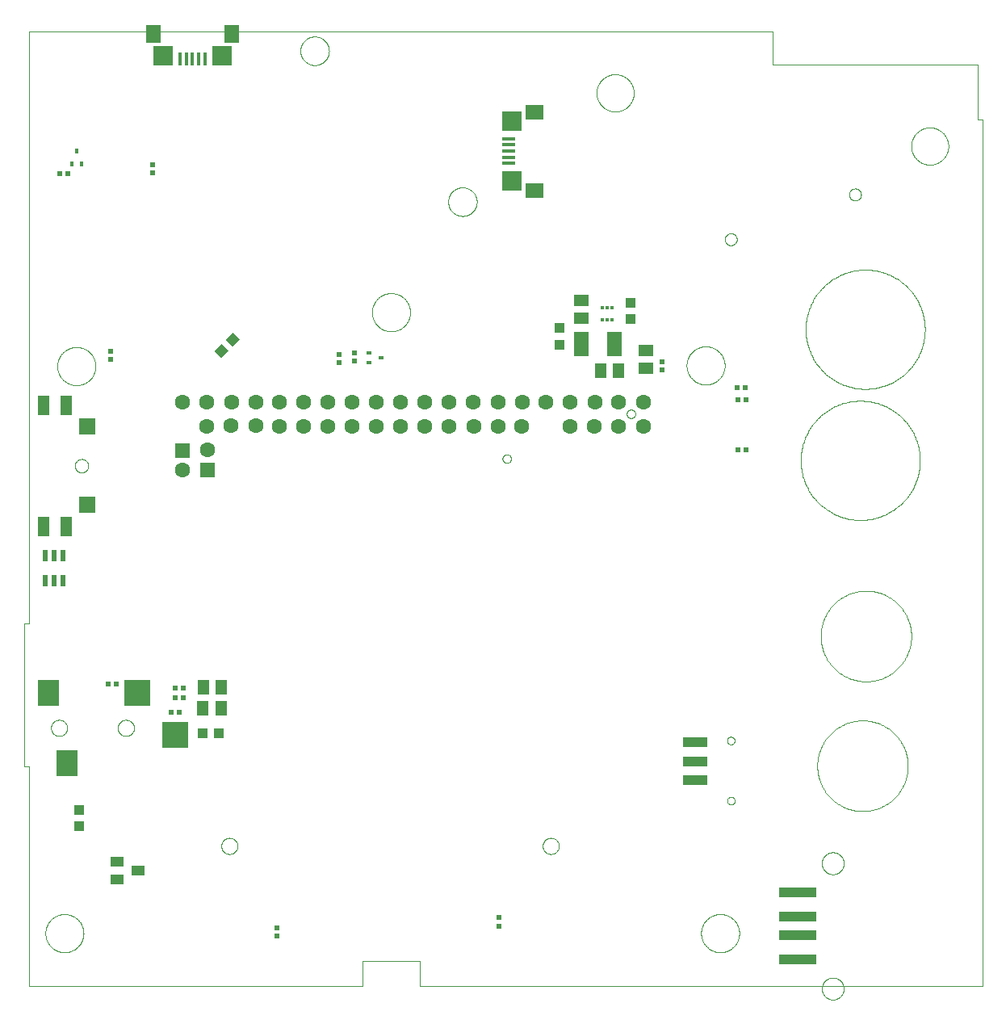
<source format=gbp>
G75*
%MOIN*%
%OFA0B0*%
%FSLAX25Y25*%
%IPPOS*%
%LPD*%
%AMOC8*
5,1,8,0,0,1.08239X$1,22.5*
%
%ADD10C,0.00000*%
%ADD11C,0.06299*%
%ADD12R,0.06299X0.06299*%
%ADD13R,0.04921X0.07874*%
%ADD14R,0.06890X0.06890*%
%ADD15R,0.08661X0.11024*%
%ADD16R,0.11024X0.11024*%
%ADD17R,0.03937X0.04331*%
%ADD18R,0.05118X0.05906*%
%ADD19R,0.02362X0.02165*%
%ADD20R,0.04331X0.03937*%
%ADD21R,0.02165X0.02362*%
%ADD22R,0.02000X0.01402*%
%ADD23R,0.05906X0.05118*%
%ADD24R,0.08268X0.07874*%
%ADD25R,0.06299X0.07480*%
%ADD26R,0.01575X0.05315*%
%ADD27R,0.15748X0.04409*%
%ADD28R,0.07874X0.08268*%
%ADD29R,0.07480X0.06299*%
%ADD30R,0.05315X0.01575*%
%ADD31R,0.05512X0.03937*%
%ADD32R,0.01181X0.01772*%
%ADD33R,0.05906X0.09843*%
%ADD34R,0.01402X0.02000*%
%ADD35R,0.02441X0.04803*%
%ADD36R,0.09843X0.03937*%
D10*
X0011407Y0006748D02*
X0011407Y0097299D01*
X0009439Y0097299D01*
X0009439Y0156354D01*
X0011407Y0156354D01*
X0011407Y0400449D01*
X0318494Y0400449D01*
X0318494Y0387063D01*
X0403140Y0387063D01*
X0403140Y0364425D01*
X0405108Y0364425D01*
X0405108Y0006748D01*
X0172825Y0006748D01*
X0172825Y0016787D01*
X0149203Y0016787D01*
X0149203Y0006748D01*
X0011407Y0006748D01*
X0018297Y0028402D02*
X0018299Y0028595D01*
X0018306Y0028788D01*
X0018318Y0028981D01*
X0018335Y0029174D01*
X0018356Y0029366D01*
X0018382Y0029557D01*
X0018413Y0029748D01*
X0018448Y0029938D01*
X0018488Y0030127D01*
X0018533Y0030315D01*
X0018582Y0030502D01*
X0018636Y0030688D01*
X0018694Y0030872D01*
X0018757Y0031055D01*
X0018825Y0031236D01*
X0018896Y0031415D01*
X0018973Y0031593D01*
X0019053Y0031769D01*
X0019138Y0031942D01*
X0019227Y0032114D01*
X0019320Y0032283D01*
X0019417Y0032450D01*
X0019519Y0032615D01*
X0019624Y0032777D01*
X0019733Y0032936D01*
X0019847Y0033093D01*
X0019964Y0033246D01*
X0020084Y0033397D01*
X0020209Y0033545D01*
X0020337Y0033690D01*
X0020468Y0033831D01*
X0020603Y0033970D01*
X0020742Y0034105D01*
X0020883Y0034236D01*
X0021028Y0034364D01*
X0021176Y0034489D01*
X0021327Y0034609D01*
X0021480Y0034726D01*
X0021637Y0034840D01*
X0021796Y0034949D01*
X0021958Y0035054D01*
X0022123Y0035156D01*
X0022290Y0035253D01*
X0022459Y0035346D01*
X0022631Y0035435D01*
X0022804Y0035520D01*
X0022980Y0035600D01*
X0023158Y0035677D01*
X0023337Y0035748D01*
X0023518Y0035816D01*
X0023701Y0035879D01*
X0023885Y0035937D01*
X0024071Y0035991D01*
X0024258Y0036040D01*
X0024446Y0036085D01*
X0024635Y0036125D01*
X0024825Y0036160D01*
X0025016Y0036191D01*
X0025207Y0036217D01*
X0025399Y0036238D01*
X0025592Y0036255D01*
X0025785Y0036267D01*
X0025978Y0036274D01*
X0026171Y0036276D01*
X0026364Y0036274D01*
X0026557Y0036267D01*
X0026750Y0036255D01*
X0026943Y0036238D01*
X0027135Y0036217D01*
X0027326Y0036191D01*
X0027517Y0036160D01*
X0027707Y0036125D01*
X0027896Y0036085D01*
X0028084Y0036040D01*
X0028271Y0035991D01*
X0028457Y0035937D01*
X0028641Y0035879D01*
X0028824Y0035816D01*
X0029005Y0035748D01*
X0029184Y0035677D01*
X0029362Y0035600D01*
X0029538Y0035520D01*
X0029711Y0035435D01*
X0029883Y0035346D01*
X0030052Y0035253D01*
X0030219Y0035156D01*
X0030384Y0035054D01*
X0030546Y0034949D01*
X0030705Y0034840D01*
X0030862Y0034726D01*
X0031015Y0034609D01*
X0031166Y0034489D01*
X0031314Y0034364D01*
X0031459Y0034236D01*
X0031600Y0034105D01*
X0031739Y0033970D01*
X0031874Y0033831D01*
X0032005Y0033690D01*
X0032133Y0033545D01*
X0032258Y0033397D01*
X0032378Y0033246D01*
X0032495Y0033093D01*
X0032609Y0032936D01*
X0032718Y0032777D01*
X0032823Y0032615D01*
X0032925Y0032450D01*
X0033022Y0032283D01*
X0033115Y0032114D01*
X0033204Y0031942D01*
X0033289Y0031769D01*
X0033369Y0031593D01*
X0033446Y0031415D01*
X0033517Y0031236D01*
X0033585Y0031055D01*
X0033648Y0030872D01*
X0033706Y0030688D01*
X0033760Y0030502D01*
X0033809Y0030315D01*
X0033854Y0030127D01*
X0033894Y0029938D01*
X0033929Y0029748D01*
X0033960Y0029557D01*
X0033986Y0029366D01*
X0034007Y0029174D01*
X0034024Y0028981D01*
X0034036Y0028788D01*
X0034043Y0028595D01*
X0034045Y0028402D01*
X0034043Y0028209D01*
X0034036Y0028016D01*
X0034024Y0027823D01*
X0034007Y0027630D01*
X0033986Y0027438D01*
X0033960Y0027247D01*
X0033929Y0027056D01*
X0033894Y0026866D01*
X0033854Y0026677D01*
X0033809Y0026489D01*
X0033760Y0026302D01*
X0033706Y0026116D01*
X0033648Y0025932D01*
X0033585Y0025749D01*
X0033517Y0025568D01*
X0033446Y0025389D01*
X0033369Y0025211D01*
X0033289Y0025035D01*
X0033204Y0024862D01*
X0033115Y0024690D01*
X0033022Y0024521D01*
X0032925Y0024354D01*
X0032823Y0024189D01*
X0032718Y0024027D01*
X0032609Y0023868D01*
X0032495Y0023711D01*
X0032378Y0023558D01*
X0032258Y0023407D01*
X0032133Y0023259D01*
X0032005Y0023114D01*
X0031874Y0022973D01*
X0031739Y0022834D01*
X0031600Y0022699D01*
X0031459Y0022568D01*
X0031314Y0022440D01*
X0031166Y0022315D01*
X0031015Y0022195D01*
X0030862Y0022078D01*
X0030705Y0021964D01*
X0030546Y0021855D01*
X0030384Y0021750D01*
X0030219Y0021648D01*
X0030052Y0021551D01*
X0029883Y0021458D01*
X0029711Y0021369D01*
X0029538Y0021284D01*
X0029362Y0021204D01*
X0029184Y0021127D01*
X0029005Y0021056D01*
X0028824Y0020988D01*
X0028641Y0020925D01*
X0028457Y0020867D01*
X0028271Y0020813D01*
X0028084Y0020764D01*
X0027896Y0020719D01*
X0027707Y0020679D01*
X0027517Y0020644D01*
X0027326Y0020613D01*
X0027135Y0020587D01*
X0026943Y0020566D01*
X0026750Y0020549D01*
X0026557Y0020537D01*
X0026364Y0020530D01*
X0026171Y0020528D01*
X0025978Y0020530D01*
X0025785Y0020537D01*
X0025592Y0020549D01*
X0025399Y0020566D01*
X0025207Y0020587D01*
X0025016Y0020613D01*
X0024825Y0020644D01*
X0024635Y0020679D01*
X0024446Y0020719D01*
X0024258Y0020764D01*
X0024071Y0020813D01*
X0023885Y0020867D01*
X0023701Y0020925D01*
X0023518Y0020988D01*
X0023337Y0021056D01*
X0023158Y0021127D01*
X0022980Y0021204D01*
X0022804Y0021284D01*
X0022631Y0021369D01*
X0022459Y0021458D01*
X0022290Y0021551D01*
X0022123Y0021648D01*
X0021958Y0021750D01*
X0021796Y0021855D01*
X0021637Y0021964D01*
X0021480Y0022078D01*
X0021327Y0022195D01*
X0021176Y0022315D01*
X0021028Y0022440D01*
X0020883Y0022568D01*
X0020742Y0022699D01*
X0020603Y0022834D01*
X0020468Y0022973D01*
X0020337Y0023114D01*
X0020209Y0023259D01*
X0020084Y0023407D01*
X0019964Y0023558D01*
X0019847Y0023711D01*
X0019733Y0023868D01*
X0019624Y0024027D01*
X0019519Y0024189D01*
X0019417Y0024354D01*
X0019320Y0024521D01*
X0019227Y0024690D01*
X0019138Y0024862D01*
X0019053Y0025035D01*
X0018973Y0025211D01*
X0018896Y0025389D01*
X0018825Y0025568D01*
X0018757Y0025749D01*
X0018694Y0025932D01*
X0018636Y0026116D01*
X0018582Y0026302D01*
X0018533Y0026489D01*
X0018488Y0026677D01*
X0018448Y0026866D01*
X0018413Y0027056D01*
X0018382Y0027247D01*
X0018356Y0027438D01*
X0018335Y0027630D01*
X0018318Y0027823D01*
X0018306Y0028016D01*
X0018299Y0028209D01*
X0018297Y0028402D01*
X0090935Y0064425D02*
X0090937Y0064540D01*
X0090943Y0064656D01*
X0090953Y0064771D01*
X0090967Y0064886D01*
X0090985Y0065000D01*
X0091007Y0065113D01*
X0091032Y0065226D01*
X0091062Y0065337D01*
X0091095Y0065448D01*
X0091132Y0065557D01*
X0091173Y0065665D01*
X0091218Y0065772D01*
X0091266Y0065877D01*
X0091318Y0065980D01*
X0091374Y0066081D01*
X0091433Y0066181D01*
X0091495Y0066278D01*
X0091561Y0066373D01*
X0091629Y0066466D01*
X0091701Y0066556D01*
X0091776Y0066644D01*
X0091855Y0066729D01*
X0091936Y0066811D01*
X0092019Y0066891D01*
X0092106Y0066967D01*
X0092195Y0067041D01*
X0092286Y0067111D01*
X0092380Y0067179D01*
X0092476Y0067243D01*
X0092575Y0067303D01*
X0092675Y0067360D01*
X0092777Y0067414D01*
X0092881Y0067464D01*
X0092987Y0067511D01*
X0093094Y0067554D01*
X0093203Y0067593D01*
X0093313Y0067628D01*
X0093424Y0067659D01*
X0093536Y0067687D01*
X0093649Y0067711D01*
X0093763Y0067731D01*
X0093878Y0067747D01*
X0093993Y0067759D01*
X0094108Y0067767D01*
X0094223Y0067771D01*
X0094339Y0067771D01*
X0094454Y0067767D01*
X0094569Y0067759D01*
X0094684Y0067747D01*
X0094799Y0067731D01*
X0094913Y0067711D01*
X0095026Y0067687D01*
X0095138Y0067659D01*
X0095249Y0067628D01*
X0095359Y0067593D01*
X0095468Y0067554D01*
X0095575Y0067511D01*
X0095681Y0067464D01*
X0095785Y0067414D01*
X0095887Y0067360D01*
X0095987Y0067303D01*
X0096086Y0067243D01*
X0096182Y0067179D01*
X0096276Y0067111D01*
X0096367Y0067041D01*
X0096456Y0066967D01*
X0096543Y0066891D01*
X0096626Y0066811D01*
X0096707Y0066729D01*
X0096786Y0066644D01*
X0096861Y0066556D01*
X0096933Y0066466D01*
X0097001Y0066373D01*
X0097067Y0066278D01*
X0097129Y0066181D01*
X0097188Y0066081D01*
X0097244Y0065980D01*
X0097296Y0065877D01*
X0097344Y0065772D01*
X0097389Y0065665D01*
X0097430Y0065557D01*
X0097467Y0065448D01*
X0097500Y0065337D01*
X0097530Y0065226D01*
X0097555Y0065113D01*
X0097577Y0065000D01*
X0097595Y0064886D01*
X0097609Y0064771D01*
X0097619Y0064656D01*
X0097625Y0064540D01*
X0097627Y0064425D01*
X0097625Y0064310D01*
X0097619Y0064194D01*
X0097609Y0064079D01*
X0097595Y0063964D01*
X0097577Y0063850D01*
X0097555Y0063737D01*
X0097530Y0063624D01*
X0097500Y0063513D01*
X0097467Y0063402D01*
X0097430Y0063293D01*
X0097389Y0063185D01*
X0097344Y0063078D01*
X0097296Y0062973D01*
X0097244Y0062870D01*
X0097188Y0062769D01*
X0097129Y0062669D01*
X0097067Y0062572D01*
X0097001Y0062477D01*
X0096933Y0062384D01*
X0096861Y0062294D01*
X0096786Y0062206D01*
X0096707Y0062121D01*
X0096626Y0062039D01*
X0096543Y0061959D01*
X0096456Y0061883D01*
X0096367Y0061809D01*
X0096276Y0061739D01*
X0096182Y0061671D01*
X0096086Y0061607D01*
X0095987Y0061547D01*
X0095887Y0061490D01*
X0095785Y0061436D01*
X0095681Y0061386D01*
X0095575Y0061339D01*
X0095468Y0061296D01*
X0095359Y0061257D01*
X0095249Y0061222D01*
X0095138Y0061191D01*
X0095026Y0061163D01*
X0094913Y0061139D01*
X0094799Y0061119D01*
X0094684Y0061103D01*
X0094569Y0061091D01*
X0094454Y0061083D01*
X0094339Y0061079D01*
X0094223Y0061079D01*
X0094108Y0061083D01*
X0093993Y0061091D01*
X0093878Y0061103D01*
X0093763Y0061119D01*
X0093649Y0061139D01*
X0093536Y0061163D01*
X0093424Y0061191D01*
X0093313Y0061222D01*
X0093203Y0061257D01*
X0093094Y0061296D01*
X0092987Y0061339D01*
X0092881Y0061386D01*
X0092777Y0061436D01*
X0092675Y0061490D01*
X0092575Y0061547D01*
X0092476Y0061607D01*
X0092380Y0061671D01*
X0092286Y0061739D01*
X0092195Y0061809D01*
X0092106Y0061883D01*
X0092019Y0061959D01*
X0091936Y0062039D01*
X0091855Y0062121D01*
X0091776Y0062206D01*
X0091701Y0062294D01*
X0091629Y0062384D01*
X0091561Y0062477D01*
X0091495Y0062572D01*
X0091433Y0062669D01*
X0091374Y0062769D01*
X0091318Y0062870D01*
X0091266Y0062973D01*
X0091218Y0063078D01*
X0091173Y0063185D01*
X0091132Y0063293D01*
X0091095Y0063402D01*
X0091062Y0063513D01*
X0091032Y0063624D01*
X0091007Y0063737D01*
X0090985Y0063850D01*
X0090967Y0063964D01*
X0090953Y0064079D01*
X0090943Y0064194D01*
X0090937Y0064310D01*
X0090935Y0064425D01*
X0048180Y0113126D02*
X0048182Y0113241D01*
X0048188Y0113357D01*
X0048198Y0113472D01*
X0048212Y0113587D01*
X0048230Y0113701D01*
X0048252Y0113814D01*
X0048277Y0113927D01*
X0048307Y0114038D01*
X0048340Y0114149D01*
X0048377Y0114258D01*
X0048418Y0114366D01*
X0048463Y0114473D01*
X0048511Y0114578D01*
X0048563Y0114681D01*
X0048619Y0114782D01*
X0048678Y0114882D01*
X0048740Y0114979D01*
X0048806Y0115074D01*
X0048874Y0115167D01*
X0048946Y0115257D01*
X0049021Y0115345D01*
X0049100Y0115430D01*
X0049181Y0115512D01*
X0049264Y0115592D01*
X0049351Y0115668D01*
X0049440Y0115742D01*
X0049531Y0115812D01*
X0049625Y0115880D01*
X0049721Y0115944D01*
X0049820Y0116004D01*
X0049920Y0116061D01*
X0050022Y0116115D01*
X0050126Y0116165D01*
X0050232Y0116212D01*
X0050339Y0116255D01*
X0050448Y0116294D01*
X0050558Y0116329D01*
X0050669Y0116360D01*
X0050781Y0116388D01*
X0050894Y0116412D01*
X0051008Y0116432D01*
X0051123Y0116448D01*
X0051238Y0116460D01*
X0051353Y0116468D01*
X0051468Y0116472D01*
X0051584Y0116472D01*
X0051699Y0116468D01*
X0051814Y0116460D01*
X0051929Y0116448D01*
X0052044Y0116432D01*
X0052158Y0116412D01*
X0052271Y0116388D01*
X0052383Y0116360D01*
X0052494Y0116329D01*
X0052604Y0116294D01*
X0052713Y0116255D01*
X0052820Y0116212D01*
X0052926Y0116165D01*
X0053030Y0116115D01*
X0053132Y0116061D01*
X0053232Y0116004D01*
X0053331Y0115944D01*
X0053427Y0115880D01*
X0053521Y0115812D01*
X0053612Y0115742D01*
X0053701Y0115668D01*
X0053788Y0115592D01*
X0053871Y0115512D01*
X0053952Y0115430D01*
X0054031Y0115345D01*
X0054106Y0115257D01*
X0054178Y0115167D01*
X0054246Y0115074D01*
X0054312Y0114979D01*
X0054374Y0114882D01*
X0054433Y0114782D01*
X0054489Y0114681D01*
X0054541Y0114578D01*
X0054589Y0114473D01*
X0054634Y0114366D01*
X0054675Y0114258D01*
X0054712Y0114149D01*
X0054745Y0114038D01*
X0054775Y0113927D01*
X0054800Y0113814D01*
X0054822Y0113701D01*
X0054840Y0113587D01*
X0054854Y0113472D01*
X0054864Y0113357D01*
X0054870Y0113241D01*
X0054872Y0113126D01*
X0054870Y0113011D01*
X0054864Y0112895D01*
X0054854Y0112780D01*
X0054840Y0112665D01*
X0054822Y0112551D01*
X0054800Y0112438D01*
X0054775Y0112325D01*
X0054745Y0112214D01*
X0054712Y0112103D01*
X0054675Y0111994D01*
X0054634Y0111886D01*
X0054589Y0111779D01*
X0054541Y0111674D01*
X0054489Y0111571D01*
X0054433Y0111470D01*
X0054374Y0111370D01*
X0054312Y0111273D01*
X0054246Y0111178D01*
X0054178Y0111085D01*
X0054106Y0110995D01*
X0054031Y0110907D01*
X0053952Y0110822D01*
X0053871Y0110740D01*
X0053788Y0110660D01*
X0053701Y0110584D01*
X0053612Y0110510D01*
X0053521Y0110440D01*
X0053427Y0110372D01*
X0053331Y0110308D01*
X0053232Y0110248D01*
X0053132Y0110191D01*
X0053030Y0110137D01*
X0052926Y0110087D01*
X0052820Y0110040D01*
X0052713Y0109997D01*
X0052604Y0109958D01*
X0052494Y0109923D01*
X0052383Y0109892D01*
X0052271Y0109864D01*
X0052158Y0109840D01*
X0052044Y0109820D01*
X0051929Y0109804D01*
X0051814Y0109792D01*
X0051699Y0109784D01*
X0051584Y0109780D01*
X0051468Y0109780D01*
X0051353Y0109784D01*
X0051238Y0109792D01*
X0051123Y0109804D01*
X0051008Y0109820D01*
X0050894Y0109840D01*
X0050781Y0109864D01*
X0050669Y0109892D01*
X0050558Y0109923D01*
X0050448Y0109958D01*
X0050339Y0109997D01*
X0050232Y0110040D01*
X0050126Y0110087D01*
X0050022Y0110137D01*
X0049920Y0110191D01*
X0049820Y0110248D01*
X0049721Y0110308D01*
X0049625Y0110372D01*
X0049531Y0110440D01*
X0049440Y0110510D01*
X0049351Y0110584D01*
X0049264Y0110660D01*
X0049181Y0110740D01*
X0049100Y0110822D01*
X0049021Y0110907D01*
X0048946Y0110995D01*
X0048874Y0111085D01*
X0048806Y0111178D01*
X0048740Y0111273D01*
X0048678Y0111370D01*
X0048619Y0111470D01*
X0048563Y0111571D01*
X0048511Y0111674D01*
X0048463Y0111779D01*
X0048418Y0111886D01*
X0048377Y0111994D01*
X0048340Y0112103D01*
X0048307Y0112214D01*
X0048277Y0112325D01*
X0048252Y0112438D01*
X0048230Y0112551D01*
X0048212Y0112665D01*
X0048198Y0112780D01*
X0048188Y0112895D01*
X0048182Y0113011D01*
X0048180Y0113126D01*
X0020621Y0113126D02*
X0020623Y0113241D01*
X0020629Y0113357D01*
X0020639Y0113472D01*
X0020653Y0113587D01*
X0020671Y0113701D01*
X0020693Y0113814D01*
X0020718Y0113927D01*
X0020748Y0114038D01*
X0020781Y0114149D01*
X0020818Y0114258D01*
X0020859Y0114366D01*
X0020904Y0114473D01*
X0020952Y0114578D01*
X0021004Y0114681D01*
X0021060Y0114782D01*
X0021119Y0114882D01*
X0021181Y0114979D01*
X0021247Y0115074D01*
X0021315Y0115167D01*
X0021387Y0115257D01*
X0021462Y0115345D01*
X0021541Y0115430D01*
X0021622Y0115512D01*
X0021705Y0115592D01*
X0021792Y0115668D01*
X0021881Y0115742D01*
X0021972Y0115812D01*
X0022066Y0115880D01*
X0022162Y0115944D01*
X0022261Y0116004D01*
X0022361Y0116061D01*
X0022463Y0116115D01*
X0022567Y0116165D01*
X0022673Y0116212D01*
X0022780Y0116255D01*
X0022889Y0116294D01*
X0022999Y0116329D01*
X0023110Y0116360D01*
X0023222Y0116388D01*
X0023335Y0116412D01*
X0023449Y0116432D01*
X0023564Y0116448D01*
X0023679Y0116460D01*
X0023794Y0116468D01*
X0023909Y0116472D01*
X0024025Y0116472D01*
X0024140Y0116468D01*
X0024255Y0116460D01*
X0024370Y0116448D01*
X0024485Y0116432D01*
X0024599Y0116412D01*
X0024712Y0116388D01*
X0024824Y0116360D01*
X0024935Y0116329D01*
X0025045Y0116294D01*
X0025154Y0116255D01*
X0025261Y0116212D01*
X0025367Y0116165D01*
X0025471Y0116115D01*
X0025573Y0116061D01*
X0025673Y0116004D01*
X0025772Y0115944D01*
X0025868Y0115880D01*
X0025962Y0115812D01*
X0026053Y0115742D01*
X0026142Y0115668D01*
X0026229Y0115592D01*
X0026312Y0115512D01*
X0026393Y0115430D01*
X0026472Y0115345D01*
X0026547Y0115257D01*
X0026619Y0115167D01*
X0026687Y0115074D01*
X0026753Y0114979D01*
X0026815Y0114882D01*
X0026874Y0114782D01*
X0026930Y0114681D01*
X0026982Y0114578D01*
X0027030Y0114473D01*
X0027075Y0114366D01*
X0027116Y0114258D01*
X0027153Y0114149D01*
X0027186Y0114038D01*
X0027216Y0113927D01*
X0027241Y0113814D01*
X0027263Y0113701D01*
X0027281Y0113587D01*
X0027295Y0113472D01*
X0027305Y0113357D01*
X0027311Y0113241D01*
X0027313Y0113126D01*
X0027311Y0113011D01*
X0027305Y0112895D01*
X0027295Y0112780D01*
X0027281Y0112665D01*
X0027263Y0112551D01*
X0027241Y0112438D01*
X0027216Y0112325D01*
X0027186Y0112214D01*
X0027153Y0112103D01*
X0027116Y0111994D01*
X0027075Y0111886D01*
X0027030Y0111779D01*
X0026982Y0111674D01*
X0026930Y0111571D01*
X0026874Y0111470D01*
X0026815Y0111370D01*
X0026753Y0111273D01*
X0026687Y0111178D01*
X0026619Y0111085D01*
X0026547Y0110995D01*
X0026472Y0110907D01*
X0026393Y0110822D01*
X0026312Y0110740D01*
X0026229Y0110660D01*
X0026142Y0110584D01*
X0026053Y0110510D01*
X0025962Y0110440D01*
X0025868Y0110372D01*
X0025772Y0110308D01*
X0025673Y0110248D01*
X0025573Y0110191D01*
X0025471Y0110137D01*
X0025367Y0110087D01*
X0025261Y0110040D01*
X0025154Y0109997D01*
X0025045Y0109958D01*
X0024935Y0109923D01*
X0024824Y0109892D01*
X0024712Y0109864D01*
X0024599Y0109840D01*
X0024485Y0109820D01*
X0024370Y0109804D01*
X0024255Y0109792D01*
X0024140Y0109784D01*
X0024025Y0109780D01*
X0023909Y0109780D01*
X0023794Y0109784D01*
X0023679Y0109792D01*
X0023564Y0109804D01*
X0023449Y0109820D01*
X0023335Y0109840D01*
X0023222Y0109864D01*
X0023110Y0109892D01*
X0022999Y0109923D01*
X0022889Y0109958D01*
X0022780Y0109997D01*
X0022673Y0110040D01*
X0022567Y0110087D01*
X0022463Y0110137D01*
X0022361Y0110191D01*
X0022261Y0110248D01*
X0022162Y0110308D01*
X0022066Y0110372D01*
X0021972Y0110440D01*
X0021881Y0110510D01*
X0021792Y0110584D01*
X0021705Y0110660D01*
X0021622Y0110740D01*
X0021541Y0110822D01*
X0021462Y0110907D01*
X0021387Y0110995D01*
X0021315Y0111085D01*
X0021247Y0111178D01*
X0021181Y0111273D01*
X0021119Y0111370D01*
X0021060Y0111470D01*
X0021004Y0111571D01*
X0020952Y0111674D01*
X0020904Y0111779D01*
X0020859Y0111886D01*
X0020818Y0111994D01*
X0020781Y0112103D01*
X0020748Y0112214D01*
X0020718Y0112325D01*
X0020693Y0112438D01*
X0020671Y0112551D01*
X0020653Y0112665D01*
X0020639Y0112780D01*
X0020629Y0112895D01*
X0020623Y0113011D01*
X0020621Y0113126D01*
X0030463Y0221354D02*
X0030465Y0221459D01*
X0030471Y0221564D01*
X0030481Y0221668D01*
X0030495Y0221772D01*
X0030513Y0221876D01*
X0030535Y0221978D01*
X0030560Y0222080D01*
X0030590Y0222181D01*
X0030623Y0222280D01*
X0030660Y0222378D01*
X0030701Y0222475D01*
X0030746Y0222570D01*
X0030794Y0222663D01*
X0030845Y0222755D01*
X0030901Y0222844D01*
X0030959Y0222931D01*
X0031021Y0223016D01*
X0031085Y0223099D01*
X0031153Y0223179D01*
X0031224Y0223256D01*
X0031298Y0223330D01*
X0031375Y0223402D01*
X0031454Y0223471D01*
X0031536Y0223536D01*
X0031620Y0223599D01*
X0031707Y0223658D01*
X0031796Y0223714D01*
X0031887Y0223767D01*
X0031980Y0223816D01*
X0032074Y0223861D01*
X0032170Y0223903D01*
X0032268Y0223941D01*
X0032367Y0223975D01*
X0032468Y0224006D01*
X0032569Y0224032D01*
X0032672Y0224055D01*
X0032775Y0224074D01*
X0032879Y0224089D01*
X0032983Y0224100D01*
X0033088Y0224107D01*
X0033193Y0224110D01*
X0033298Y0224109D01*
X0033403Y0224104D01*
X0033507Y0224095D01*
X0033611Y0224082D01*
X0033715Y0224065D01*
X0033818Y0224044D01*
X0033920Y0224019D01*
X0034021Y0223991D01*
X0034120Y0223958D01*
X0034219Y0223922D01*
X0034316Y0223882D01*
X0034411Y0223839D01*
X0034505Y0223791D01*
X0034597Y0223741D01*
X0034687Y0223687D01*
X0034775Y0223629D01*
X0034860Y0223568D01*
X0034943Y0223504D01*
X0035024Y0223437D01*
X0035102Y0223367D01*
X0035177Y0223293D01*
X0035249Y0223218D01*
X0035319Y0223139D01*
X0035385Y0223058D01*
X0035449Y0222974D01*
X0035509Y0222888D01*
X0035565Y0222800D01*
X0035619Y0222709D01*
X0035669Y0222617D01*
X0035715Y0222523D01*
X0035758Y0222427D01*
X0035797Y0222329D01*
X0035832Y0222231D01*
X0035863Y0222130D01*
X0035891Y0222029D01*
X0035915Y0221927D01*
X0035935Y0221824D01*
X0035951Y0221720D01*
X0035963Y0221616D01*
X0035971Y0221511D01*
X0035975Y0221406D01*
X0035975Y0221302D01*
X0035971Y0221197D01*
X0035963Y0221092D01*
X0035951Y0220988D01*
X0035935Y0220884D01*
X0035915Y0220781D01*
X0035891Y0220679D01*
X0035863Y0220578D01*
X0035832Y0220477D01*
X0035797Y0220379D01*
X0035758Y0220281D01*
X0035715Y0220185D01*
X0035669Y0220091D01*
X0035619Y0219999D01*
X0035565Y0219908D01*
X0035509Y0219820D01*
X0035449Y0219734D01*
X0035385Y0219650D01*
X0035319Y0219569D01*
X0035249Y0219490D01*
X0035177Y0219415D01*
X0035102Y0219341D01*
X0035024Y0219271D01*
X0034943Y0219204D01*
X0034860Y0219140D01*
X0034775Y0219079D01*
X0034687Y0219021D01*
X0034597Y0218967D01*
X0034505Y0218917D01*
X0034411Y0218869D01*
X0034316Y0218826D01*
X0034219Y0218786D01*
X0034120Y0218750D01*
X0034021Y0218717D01*
X0033920Y0218689D01*
X0033818Y0218664D01*
X0033715Y0218643D01*
X0033611Y0218626D01*
X0033507Y0218613D01*
X0033403Y0218604D01*
X0033298Y0218599D01*
X0033193Y0218598D01*
X0033088Y0218601D01*
X0032983Y0218608D01*
X0032879Y0218619D01*
X0032775Y0218634D01*
X0032672Y0218653D01*
X0032569Y0218676D01*
X0032468Y0218702D01*
X0032367Y0218733D01*
X0032268Y0218767D01*
X0032170Y0218805D01*
X0032074Y0218847D01*
X0031980Y0218892D01*
X0031887Y0218941D01*
X0031796Y0218994D01*
X0031707Y0219050D01*
X0031620Y0219109D01*
X0031536Y0219172D01*
X0031454Y0219237D01*
X0031375Y0219306D01*
X0031298Y0219378D01*
X0031224Y0219452D01*
X0031153Y0219529D01*
X0031085Y0219609D01*
X0031021Y0219692D01*
X0030959Y0219777D01*
X0030901Y0219864D01*
X0030845Y0219953D01*
X0030794Y0220045D01*
X0030746Y0220138D01*
X0030701Y0220233D01*
X0030660Y0220330D01*
X0030623Y0220428D01*
X0030590Y0220527D01*
X0030560Y0220628D01*
X0030535Y0220730D01*
X0030513Y0220832D01*
X0030495Y0220936D01*
X0030481Y0221040D01*
X0030471Y0221144D01*
X0030465Y0221249D01*
X0030463Y0221354D01*
X0023219Y0262457D02*
X0023221Y0262650D01*
X0023228Y0262843D01*
X0023240Y0263036D01*
X0023257Y0263229D01*
X0023278Y0263421D01*
X0023304Y0263612D01*
X0023335Y0263803D01*
X0023370Y0263993D01*
X0023410Y0264182D01*
X0023455Y0264370D01*
X0023504Y0264557D01*
X0023558Y0264743D01*
X0023616Y0264927D01*
X0023679Y0265110D01*
X0023747Y0265291D01*
X0023818Y0265470D01*
X0023895Y0265648D01*
X0023975Y0265824D01*
X0024060Y0265997D01*
X0024149Y0266169D01*
X0024242Y0266338D01*
X0024339Y0266505D01*
X0024441Y0266670D01*
X0024546Y0266832D01*
X0024655Y0266991D01*
X0024769Y0267148D01*
X0024886Y0267301D01*
X0025006Y0267452D01*
X0025131Y0267600D01*
X0025259Y0267745D01*
X0025390Y0267886D01*
X0025525Y0268025D01*
X0025664Y0268160D01*
X0025805Y0268291D01*
X0025950Y0268419D01*
X0026098Y0268544D01*
X0026249Y0268664D01*
X0026402Y0268781D01*
X0026559Y0268895D01*
X0026718Y0269004D01*
X0026880Y0269109D01*
X0027045Y0269211D01*
X0027212Y0269308D01*
X0027381Y0269401D01*
X0027553Y0269490D01*
X0027726Y0269575D01*
X0027902Y0269655D01*
X0028080Y0269732D01*
X0028259Y0269803D01*
X0028440Y0269871D01*
X0028623Y0269934D01*
X0028807Y0269992D01*
X0028993Y0270046D01*
X0029180Y0270095D01*
X0029368Y0270140D01*
X0029557Y0270180D01*
X0029747Y0270215D01*
X0029938Y0270246D01*
X0030129Y0270272D01*
X0030321Y0270293D01*
X0030514Y0270310D01*
X0030707Y0270322D01*
X0030900Y0270329D01*
X0031093Y0270331D01*
X0031286Y0270329D01*
X0031479Y0270322D01*
X0031672Y0270310D01*
X0031865Y0270293D01*
X0032057Y0270272D01*
X0032248Y0270246D01*
X0032439Y0270215D01*
X0032629Y0270180D01*
X0032818Y0270140D01*
X0033006Y0270095D01*
X0033193Y0270046D01*
X0033379Y0269992D01*
X0033563Y0269934D01*
X0033746Y0269871D01*
X0033927Y0269803D01*
X0034106Y0269732D01*
X0034284Y0269655D01*
X0034460Y0269575D01*
X0034633Y0269490D01*
X0034805Y0269401D01*
X0034974Y0269308D01*
X0035141Y0269211D01*
X0035306Y0269109D01*
X0035468Y0269004D01*
X0035627Y0268895D01*
X0035784Y0268781D01*
X0035937Y0268664D01*
X0036088Y0268544D01*
X0036236Y0268419D01*
X0036381Y0268291D01*
X0036522Y0268160D01*
X0036661Y0268025D01*
X0036796Y0267886D01*
X0036927Y0267745D01*
X0037055Y0267600D01*
X0037180Y0267452D01*
X0037300Y0267301D01*
X0037417Y0267148D01*
X0037531Y0266991D01*
X0037640Y0266832D01*
X0037745Y0266670D01*
X0037847Y0266505D01*
X0037944Y0266338D01*
X0038037Y0266169D01*
X0038126Y0265997D01*
X0038211Y0265824D01*
X0038291Y0265648D01*
X0038368Y0265470D01*
X0038439Y0265291D01*
X0038507Y0265110D01*
X0038570Y0264927D01*
X0038628Y0264743D01*
X0038682Y0264557D01*
X0038731Y0264370D01*
X0038776Y0264182D01*
X0038816Y0263993D01*
X0038851Y0263803D01*
X0038882Y0263612D01*
X0038908Y0263421D01*
X0038929Y0263229D01*
X0038946Y0263036D01*
X0038958Y0262843D01*
X0038965Y0262650D01*
X0038967Y0262457D01*
X0038965Y0262264D01*
X0038958Y0262071D01*
X0038946Y0261878D01*
X0038929Y0261685D01*
X0038908Y0261493D01*
X0038882Y0261302D01*
X0038851Y0261111D01*
X0038816Y0260921D01*
X0038776Y0260732D01*
X0038731Y0260544D01*
X0038682Y0260357D01*
X0038628Y0260171D01*
X0038570Y0259987D01*
X0038507Y0259804D01*
X0038439Y0259623D01*
X0038368Y0259444D01*
X0038291Y0259266D01*
X0038211Y0259090D01*
X0038126Y0258917D01*
X0038037Y0258745D01*
X0037944Y0258576D01*
X0037847Y0258409D01*
X0037745Y0258244D01*
X0037640Y0258082D01*
X0037531Y0257923D01*
X0037417Y0257766D01*
X0037300Y0257613D01*
X0037180Y0257462D01*
X0037055Y0257314D01*
X0036927Y0257169D01*
X0036796Y0257028D01*
X0036661Y0256889D01*
X0036522Y0256754D01*
X0036381Y0256623D01*
X0036236Y0256495D01*
X0036088Y0256370D01*
X0035937Y0256250D01*
X0035784Y0256133D01*
X0035627Y0256019D01*
X0035468Y0255910D01*
X0035306Y0255805D01*
X0035141Y0255703D01*
X0034974Y0255606D01*
X0034805Y0255513D01*
X0034633Y0255424D01*
X0034460Y0255339D01*
X0034284Y0255259D01*
X0034106Y0255182D01*
X0033927Y0255111D01*
X0033746Y0255043D01*
X0033563Y0254980D01*
X0033379Y0254922D01*
X0033193Y0254868D01*
X0033006Y0254819D01*
X0032818Y0254774D01*
X0032629Y0254734D01*
X0032439Y0254699D01*
X0032248Y0254668D01*
X0032057Y0254642D01*
X0031865Y0254621D01*
X0031672Y0254604D01*
X0031479Y0254592D01*
X0031286Y0254585D01*
X0031093Y0254583D01*
X0030900Y0254585D01*
X0030707Y0254592D01*
X0030514Y0254604D01*
X0030321Y0254621D01*
X0030129Y0254642D01*
X0029938Y0254668D01*
X0029747Y0254699D01*
X0029557Y0254734D01*
X0029368Y0254774D01*
X0029180Y0254819D01*
X0028993Y0254868D01*
X0028807Y0254922D01*
X0028623Y0254980D01*
X0028440Y0255043D01*
X0028259Y0255111D01*
X0028080Y0255182D01*
X0027902Y0255259D01*
X0027726Y0255339D01*
X0027553Y0255424D01*
X0027381Y0255513D01*
X0027212Y0255606D01*
X0027045Y0255703D01*
X0026880Y0255805D01*
X0026718Y0255910D01*
X0026559Y0256019D01*
X0026402Y0256133D01*
X0026249Y0256250D01*
X0026098Y0256370D01*
X0025950Y0256495D01*
X0025805Y0256623D01*
X0025664Y0256754D01*
X0025525Y0256889D01*
X0025390Y0257028D01*
X0025259Y0257169D01*
X0025131Y0257314D01*
X0025006Y0257462D01*
X0024886Y0257613D01*
X0024769Y0257766D01*
X0024655Y0257923D01*
X0024546Y0258082D01*
X0024441Y0258244D01*
X0024339Y0258409D01*
X0024242Y0258576D01*
X0024149Y0258745D01*
X0024060Y0258917D01*
X0023975Y0259090D01*
X0023895Y0259266D01*
X0023818Y0259444D01*
X0023747Y0259623D01*
X0023679Y0259804D01*
X0023616Y0259987D01*
X0023558Y0260171D01*
X0023504Y0260357D01*
X0023455Y0260544D01*
X0023410Y0260732D01*
X0023370Y0260921D01*
X0023335Y0261111D01*
X0023304Y0261302D01*
X0023278Y0261493D01*
X0023257Y0261685D01*
X0023240Y0261878D01*
X0023228Y0262071D01*
X0023221Y0262264D01*
X0023219Y0262457D01*
X0123572Y0392614D02*
X0123574Y0392767D01*
X0123580Y0392921D01*
X0123590Y0393074D01*
X0123604Y0393226D01*
X0123622Y0393379D01*
X0123644Y0393530D01*
X0123669Y0393681D01*
X0123699Y0393832D01*
X0123733Y0393982D01*
X0123770Y0394130D01*
X0123811Y0394278D01*
X0123856Y0394424D01*
X0123905Y0394570D01*
X0123958Y0394714D01*
X0124014Y0394856D01*
X0124074Y0394997D01*
X0124138Y0395137D01*
X0124205Y0395275D01*
X0124276Y0395411D01*
X0124351Y0395545D01*
X0124428Y0395677D01*
X0124510Y0395807D01*
X0124594Y0395935D01*
X0124682Y0396061D01*
X0124773Y0396184D01*
X0124867Y0396305D01*
X0124965Y0396423D01*
X0125065Y0396539D01*
X0125169Y0396652D01*
X0125275Y0396763D01*
X0125384Y0396871D01*
X0125496Y0396976D01*
X0125610Y0397077D01*
X0125728Y0397176D01*
X0125847Y0397272D01*
X0125969Y0397365D01*
X0126094Y0397454D01*
X0126221Y0397541D01*
X0126350Y0397623D01*
X0126481Y0397703D01*
X0126614Y0397779D01*
X0126749Y0397852D01*
X0126886Y0397921D01*
X0127025Y0397986D01*
X0127165Y0398048D01*
X0127307Y0398106D01*
X0127450Y0398161D01*
X0127595Y0398212D01*
X0127741Y0398259D01*
X0127888Y0398302D01*
X0128036Y0398341D01*
X0128185Y0398377D01*
X0128335Y0398408D01*
X0128486Y0398436D01*
X0128637Y0398460D01*
X0128790Y0398480D01*
X0128942Y0398496D01*
X0129095Y0398508D01*
X0129248Y0398516D01*
X0129401Y0398520D01*
X0129555Y0398520D01*
X0129708Y0398516D01*
X0129861Y0398508D01*
X0130014Y0398496D01*
X0130166Y0398480D01*
X0130319Y0398460D01*
X0130470Y0398436D01*
X0130621Y0398408D01*
X0130771Y0398377D01*
X0130920Y0398341D01*
X0131068Y0398302D01*
X0131215Y0398259D01*
X0131361Y0398212D01*
X0131506Y0398161D01*
X0131649Y0398106D01*
X0131791Y0398048D01*
X0131931Y0397986D01*
X0132070Y0397921D01*
X0132207Y0397852D01*
X0132342Y0397779D01*
X0132475Y0397703D01*
X0132606Y0397623D01*
X0132735Y0397541D01*
X0132862Y0397454D01*
X0132987Y0397365D01*
X0133109Y0397272D01*
X0133228Y0397176D01*
X0133346Y0397077D01*
X0133460Y0396976D01*
X0133572Y0396871D01*
X0133681Y0396763D01*
X0133787Y0396652D01*
X0133891Y0396539D01*
X0133991Y0396423D01*
X0134089Y0396305D01*
X0134183Y0396184D01*
X0134274Y0396061D01*
X0134362Y0395935D01*
X0134446Y0395807D01*
X0134528Y0395677D01*
X0134605Y0395545D01*
X0134680Y0395411D01*
X0134751Y0395275D01*
X0134818Y0395137D01*
X0134882Y0394997D01*
X0134942Y0394856D01*
X0134998Y0394714D01*
X0135051Y0394570D01*
X0135100Y0394424D01*
X0135145Y0394278D01*
X0135186Y0394130D01*
X0135223Y0393982D01*
X0135257Y0393832D01*
X0135287Y0393681D01*
X0135312Y0393530D01*
X0135334Y0393379D01*
X0135352Y0393226D01*
X0135366Y0393074D01*
X0135376Y0392921D01*
X0135382Y0392767D01*
X0135384Y0392614D01*
X0135382Y0392461D01*
X0135376Y0392307D01*
X0135366Y0392154D01*
X0135352Y0392002D01*
X0135334Y0391849D01*
X0135312Y0391698D01*
X0135287Y0391547D01*
X0135257Y0391396D01*
X0135223Y0391246D01*
X0135186Y0391098D01*
X0135145Y0390950D01*
X0135100Y0390804D01*
X0135051Y0390658D01*
X0134998Y0390514D01*
X0134942Y0390372D01*
X0134882Y0390231D01*
X0134818Y0390091D01*
X0134751Y0389953D01*
X0134680Y0389817D01*
X0134605Y0389683D01*
X0134528Y0389551D01*
X0134446Y0389421D01*
X0134362Y0389293D01*
X0134274Y0389167D01*
X0134183Y0389044D01*
X0134089Y0388923D01*
X0133991Y0388805D01*
X0133891Y0388689D01*
X0133787Y0388576D01*
X0133681Y0388465D01*
X0133572Y0388357D01*
X0133460Y0388252D01*
X0133346Y0388151D01*
X0133228Y0388052D01*
X0133109Y0387956D01*
X0132987Y0387863D01*
X0132862Y0387774D01*
X0132735Y0387687D01*
X0132606Y0387605D01*
X0132475Y0387525D01*
X0132342Y0387449D01*
X0132207Y0387376D01*
X0132070Y0387307D01*
X0131931Y0387242D01*
X0131791Y0387180D01*
X0131649Y0387122D01*
X0131506Y0387067D01*
X0131361Y0387016D01*
X0131215Y0386969D01*
X0131068Y0386926D01*
X0130920Y0386887D01*
X0130771Y0386851D01*
X0130621Y0386820D01*
X0130470Y0386792D01*
X0130319Y0386768D01*
X0130166Y0386748D01*
X0130014Y0386732D01*
X0129861Y0386720D01*
X0129708Y0386712D01*
X0129555Y0386708D01*
X0129401Y0386708D01*
X0129248Y0386712D01*
X0129095Y0386720D01*
X0128942Y0386732D01*
X0128790Y0386748D01*
X0128637Y0386768D01*
X0128486Y0386792D01*
X0128335Y0386820D01*
X0128185Y0386851D01*
X0128036Y0386887D01*
X0127888Y0386926D01*
X0127741Y0386969D01*
X0127595Y0387016D01*
X0127450Y0387067D01*
X0127307Y0387122D01*
X0127165Y0387180D01*
X0127025Y0387242D01*
X0126886Y0387307D01*
X0126749Y0387376D01*
X0126614Y0387449D01*
X0126481Y0387525D01*
X0126350Y0387605D01*
X0126221Y0387687D01*
X0126094Y0387774D01*
X0125969Y0387863D01*
X0125847Y0387956D01*
X0125728Y0388052D01*
X0125610Y0388151D01*
X0125496Y0388252D01*
X0125384Y0388357D01*
X0125275Y0388465D01*
X0125169Y0388576D01*
X0125065Y0388689D01*
X0124965Y0388805D01*
X0124867Y0388923D01*
X0124773Y0389044D01*
X0124682Y0389167D01*
X0124594Y0389293D01*
X0124510Y0389421D01*
X0124428Y0389551D01*
X0124351Y0389683D01*
X0124276Y0389817D01*
X0124205Y0389953D01*
X0124138Y0390091D01*
X0124074Y0390231D01*
X0124014Y0390372D01*
X0123958Y0390514D01*
X0123905Y0390658D01*
X0123856Y0390804D01*
X0123811Y0390950D01*
X0123770Y0391098D01*
X0123733Y0391246D01*
X0123699Y0391396D01*
X0123669Y0391547D01*
X0123644Y0391698D01*
X0123622Y0391849D01*
X0123604Y0392002D01*
X0123590Y0392154D01*
X0123580Y0392307D01*
X0123574Y0392461D01*
X0123572Y0392614D01*
X0184596Y0330331D02*
X0184598Y0330484D01*
X0184604Y0330638D01*
X0184614Y0330791D01*
X0184628Y0330943D01*
X0184646Y0331096D01*
X0184668Y0331247D01*
X0184693Y0331398D01*
X0184723Y0331549D01*
X0184757Y0331699D01*
X0184794Y0331847D01*
X0184835Y0331995D01*
X0184880Y0332141D01*
X0184929Y0332287D01*
X0184982Y0332431D01*
X0185038Y0332573D01*
X0185098Y0332714D01*
X0185162Y0332854D01*
X0185229Y0332992D01*
X0185300Y0333128D01*
X0185375Y0333262D01*
X0185452Y0333394D01*
X0185534Y0333524D01*
X0185618Y0333652D01*
X0185706Y0333778D01*
X0185797Y0333901D01*
X0185891Y0334022D01*
X0185989Y0334140D01*
X0186089Y0334256D01*
X0186193Y0334369D01*
X0186299Y0334480D01*
X0186408Y0334588D01*
X0186520Y0334693D01*
X0186634Y0334794D01*
X0186752Y0334893D01*
X0186871Y0334989D01*
X0186993Y0335082D01*
X0187118Y0335171D01*
X0187245Y0335258D01*
X0187374Y0335340D01*
X0187505Y0335420D01*
X0187638Y0335496D01*
X0187773Y0335569D01*
X0187910Y0335638D01*
X0188049Y0335703D01*
X0188189Y0335765D01*
X0188331Y0335823D01*
X0188474Y0335878D01*
X0188619Y0335929D01*
X0188765Y0335976D01*
X0188912Y0336019D01*
X0189060Y0336058D01*
X0189209Y0336094D01*
X0189359Y0336125D01*
X0189510Y0336153D01*
X0189661Y0336177D01*
X0189814Y0336197D01*
X0189966Y0336213D01*
X0190119Y0336225D01*
X0190272Y0336233D01*
X0190425Y0336237D01*
X0190579Y0336237D01*
X0190732Y0336233D01*
X0190885Y0336225D01*
X0191038Y0336213D01*
X0191190Y0336197D01*
X0191343Y0336177D01*
X0191494Y0336153D01*
X0191645Y0336125D01*
X0191795Y0336094D01*
X0191944Y0336058D01*
X0192092Y0336019D01*
X0192239Y0335976D01*
X0192385Y0335929D01*
X0192530Y0335878D01*
X0192673Y0335823D01*
X0192815Y0335765D01*
X0192955Y0335703D01*
X0193094Y0335638D01*
X0193231Y0335569D01*
X0193366Y0335496D01*
X0193499Y0335420D01*
X0193630Y0335340D01*
X0193759Y0335258D01*
X0193886Y0335171D01*
X0194011Y0335082D01*
X0194133Y0334989D01*
X0194252Y0334893D01*
X0194370Y0334794D01*
X0194484Y0334693D01*
X0194596Y0334588D01*
X0194705Y0334480D01*
X0194811Y0334369D01*
X0194915Y0334256D01*
X0195015Y0334140D01*
X0195113Y0334022D01*
X0195207Y0333901D01*
X0195298Y0333778D01*
X0195386Y0333652D01*
X0195470Y0333524D01*
X0195552Y0333394D01*
X0195629Y0333262D01*
X0195704Y0333128D01*
X0195775Y0332992D01*
X0195842Y0332854D01*
X0195906Y0332714D01*
X0195966Y0332573D01*
X0196022Y0332431D01*
X0196075Y0332287D01*
X0196124Y0332141D01*
X0196169Y0331995D01*
X0196210Y0331847D01*
X0196247Y0331699D01*
X0196281Y0331549D01*
X0196311Y0331398D01*
X0196336Y0331247D01*
X0196358Y0331096D01*
X0196376Y0330943D01*
X0196390Y0330791D01*
X0196400Y0330638D01*
X0196406Y0330484D01*
X0196408Y0330331D01*
X0196406Y0330178D01*
X0196400Y0330024D01*
X0196390Y0329871D01*
X0196376Y0329719D01*
X0196358Y0329566D01*
X0196336Y0329415D01*
X0196311Y0329264D01*
X0196281Y0329113D01*
X0196247Y0328963D01*
X0196210Y0328815D01*
X0196169Y0328667D01*
X0196124Y0328521D01*
X0196075Y0328375D01*
X0196022Y0328231D01*
X0195966Y0328089D01*
X0195906Y0327948D01*
X0195842Y0327808D01*
X0195775Y0327670D01*
X0195704Y0327534D01*
X0195629Y0327400D01*
X0195552Y0327268D01*
X0195470Y0327138D01*
X0195386Y0327010D01*
X0195298Y0326884D01*
X0195207Y0326761D01*
X0195113Y0326640D01*
X0195015Y0326522D01*
X0194915Y0326406D01*
X0194811Y0326293D01*
X0194705Y0326182D01*
X0194596Y0326074D01*
X0194484Y0325969D01*
X0194370Y0325868D01*
X0194252Y0325769D01*
X0194133Y0325673D01*
X0194011Y0325580D01*
X0193886Y0325491D01*
X0193759Y0325404D01*
X0193630Y0325322D01*
X0193499Y0325242D01*
X0193366Y0325166D01*
X0193231Y0325093D01*
X0193094Y0325024D01*
X0192955Y0324959D01*
X0192815Y0324897D01*
X0192673Y0324839D01*
X0192530Y0324784D01*
X0192385Y0324733D01*
X0192239Y0324686D01*
X0192092Y0324643D01*
X0191944Y0324604D01*
X0191795Y0324568D01*
X0191645Y0324537D01*
X0191494Y0324509D01*
X0191343Y0324485D01*
X0191190Y0324465D01*
X0191038Y0324449D01*
X0190885Y0324437D01*
X0190732Y0324429D01*
X0190579Y0324425D01*
X0190425Y0324425D01*
X0190272Y0324429D01*
X0190119Y0324437D01*
X0189966Y0324449D01*
X0189814Y0324465D01*
X0189661Y0324485D01*
X0189510Y0324509D01*
X0189359Y0324537D01*
X0189209Y0324568D01*
X0189060Y0324604D01*
X0188912Y0324643D01*
X0188765Y0324686D01*
X0188619Y0324733D01*
X0188474Y0324784D01*
X0188331Y0324839D01*
X0188189Y0324897D01*
X0188049Y0324959D01*
X0187910Y0325024D01*
X0187773Y0325093D01*
X0187638Y0325166D01*
X0187505Y0325242D01*
X0187374Y0325322D01*
X0187245Y0325404D01*
X0187118Y0325491D01*
X0186993Y0325580D01*
X0186871Y0325673D01*
X0186752Y0325769D01*
X0186634Y0325868D01*
X0186520Y0325969D01*
X0186408Y0326074D01*
X0186299Y0326182D01*
X0186193Y0326293D01*
X0186089Y0326406D01*
X0185989Y0326522D01*
X0185891Y0326640D01*
X0185797Y0326761D01*
X0185706Y0326884D01*
X0185618Y0327010D01*
X0185534Y0327138D01*
X0185452Y0327268D01*
X0185375Y0327400D01*
X0185300Y0327534D01*
X0185229Y0327670D01*
X0185162Y0327808D01*
X0185098Y0327948D01*
X0185038Y0328089D01*
X0184982Y0328231D01*
X0184929Y0328375D01*
X0184880Y0328521D01*
X0184835Y0328667D01*
X0184794Y0328815D01*
X0184757Y0328963D01*
X0184723Y0329113D01*
X0184693Y0329264D01*
X0184668Y0329415D01*
X0184646Y0329566D01*
X0184628Y0329719D01*
X0184614Y0329871D01*
X0184604Y0330024D01*
X0184598Y0330178D01*
X0184596Y0330331D01*
X0153140Y0284701D02*
X0153142Y0284894D01*
X0153149Y0285087D01*
X0153161Y0285280D01*
X0153178Y0285473D01*
X0153199Y0285665D01*
X0153225Y0285856D01*
X0153256Y0286047D01*
X0153291Y0286237D01*
X0153331Y0286426D01*
X0153376Y0286614D01*
X0153425Y0286801D01*
X0153479Y0286987D01*
X0153537Y0287171D01*
X0153600Y0287354D01*
X0153668Y0287535D01*
X0153739Y0287714D01*
X0153816Y0287892D01*
X0153896Y0288068D01*
X0153981Y0288241D01*
X0154070Y0288413D01*
X0154163Y0288582D01*
X0154260Y0288749D01*
X0154362Y0288914D01*
X0154467Y0289076D01*
X0154576Y0289235D01*
X0154690Y0289392D01*
X0154807Y0289545D01*
X0154927Y0289696D01*
X0155052Y0289844D01*
X0155180Y0289989D01*
X0155311Y0290130D01*
X0155446Y0290269D01*
X0155585Y0290404D01*
X0155726Y0290535D01*
X0155871Y0290663D01*
X0156019Y0290788D01*
X0156170Y0290908D01*
X0156323Y0291025D01*
X0156480Y0291139D01*
X0156639Y0291248D01*
X0156801Y0291353D01*
X0156966Y0291455D01*
X0157133Y0291552D01*
X0157302Y0291645D01*
X0157474Y0291734D01*
X0157647Y0291819D01*
X0157823Y0291899D01*
X0158001Y0291976D01*
X0158180Y0292047D01*
X0158361Y0292115D01*
X0158544Y0292178D01*
X0158728Y0292236D01*
X0158914Y0292290D01*
X0159101Y0292339D01*
X0159289Y0292384D01*
X0159478Y0292424D01*
X0159668Y0292459D01*
X0159859Y0292490D01*
X0160050Y0292516D01*
X0160242Y0292537D01*
X0160435Y0292554D01*
X0160628Y0292566D01*
X0160821Y0292573D01*
X0161014Y0292575D01*
X0161207Y0292573D01*
X0161400Y0292566D01*
X0161593Y0292554D01*
X0161786Y0292537D01*
X0161978Y0292516D01*
X0162169Y0292490D01*
X0162360Y0292459D01*
X0162550Y0292424D01*
X0162739Y0292384D01*
X0162927Y0292339D01*
X0163114Y0292290D01*
X0163300Y0292236D01*
X0163484Y0292178D01*
X0163667Y0292115D01*
X0163848Y0292047D01*
X0164027Y0291976D01*
X0164205Y0291899D01*
X0164381Y0291819D01*
X0164554Y0291734D01*
X0164726Y0291645D01*
X0164895Y0291552D01*
X0165062Y0291455D01*
X0165227Y0291353D01*
X0165389Y0291248D01*
X0165548Y0291139D01*
X0165705Y0291025D01*
X0165858Y0290908D01*
X0166009Y0290788D01*
X0166157Y0290663D01*
X0166302Y0290535D01*
X0166443Y0290404D01*
X0166582Y0290269D01*
X0166717Y0290130D01*
X0166848Y0289989D01*
X0166976Y0289844D01*
X0167101Y0289696D01*
X0167221Y0289545D01*
X0167338Y0289392D01*
X0167452Y0289235D01*
X0167561Y0289076D01*
X0167666Y0288914D01*
X0167768Y0288749D01*
X0167865Y0288582D01*
X0167958Y0288413D01*
X0168047Y0288241D01*
X0168132Y0288068D01*
X0168212Y0287892D01*
X0168289Y0287714D01*
X0168360Y0287535D01*
X0168428Y0287354D01*
X0168491Y0287171D01*
X0168549Y0286987D01*
X0168603Y0286801D01*
X0168652Y0286614D01*
X0168697Y0286426D01*
X0168737Y0286237D01*
X0168772Y0286047D01*
X0168803Y0285856D01*
X0168829Y0285665D01*
X0168850Y0285473D01*
X0168867Y0285280D01*
X0168879Y0285087D01*
X0168886Y0284894D01*
X0168888Y0284701D01*
X0168886Y0284508D01*
X0168879Y0284315D01*
X0168867Y0284122D01*
X0168850Y0283929D01*
X0168829Y0283737D01*
X0168803Y0283546D01*
X0168772Y0283355D01*
X0168737Y0283165D01*
X0168697Y0282976D01*
X0168652Y0282788D01*
X0168603Y0282601D01*
X0168549Y0282415D01*
X0168491Y0282231D01*
X0168428Y0282048D01*
X0168360Y0281867D01*
X0168289Y0281688D01*
X0168212Y0281510D01*
X0168132Y0281334D01*
X0168047Y0281161D01*
X0167958Y0280989D01*
X0167865Y0280820D01*
X0167768Y0280653D01*
X0167666Y0280488D01*
X0167561Y0280326D01*
X0167452Y0280167D01*
X0167338Y0280010D01*
X0167221Y0279857D01*
X0167101Y0279706D01*
X0166976Y0279558D01*
X0166848Y0279413D01*
X0166717Y0279272D01*
X0166582Y0279133D01*
X0166443Y0278998D01*
X0166302Y0278867D01*
X0166157Y0278739D01*
X0166009Y0278614D01*
X0165858Y0278494D01*
X0165705Y0278377D01*
X0165548Y0278263D01*
X0165389Y0278154D01*
X0165227Y0278049D01*
X0165062Y0277947D01*
X0164895Y0277850D01*
X0164726Y0277757D01*
X0164554Y0277668D01*
X0164381Y0277583D01*
X0164205Y0277503D01*
X0164027Y0277426D01*
X0163848Y0277355D01*
X0163667Y0277287D01*
X0163484Y0277224D01*
X0163300Y0277166D01*
X0163114Y0277112D01*
X0162927Y0277063D01*
X0162739Y0277018D01*
X0162550Y0276978D01*
X0162360Y0276943D01*
X0162169Y0276912D01*
X0161978Y0276886D01*
X0161786Y0276865D01*
X0161593Y0276848D01*
X0161400Y0276836D01*
X0161207Y0276829D01*
X0161014Y0276827D01*
X0160821Y0276829D01*
X0160628Y0276836D01*
X0160435Y0276848D01*
X0160242Y0276865D01*
X0160050Y0276886D01*
X0159859Y0276912D01*
X0159668Y0276943D01*
X0159478Y0276978D01*
X0159289Y0277018D01*
X0159101Y0277063D01*
X0158914Y0277112D01*
X0158728Y0277166D01*
X0158544Y0277224D01*
X0158361Y0277287D01*
X0158180Y0277355D01*
X0158001Y0277426D01*
X0157823Y0277503D01*
X0157647Y0277583D01*
X0157474Y0277668D01*
X0157302Y0277757D01*
X0157133Y0277850D01*
X0156966Y0277947D01*
X0156801Y0278049D01*
X0156639Y0278154D01*
X0156480Y0278263D01*
X0156323Y0278377D01*
X0156170Y0278494D01*
X0156019Y0278614D01*
X0155871Y0278739D01*
X0155726Y0278867D01*
X0155585Y0278998D01*
X0155446Y0279133D01*
X0155311Y0279272D01*
X0155180Y0279413D01*
X0155052Y0279558D01*
X0154927Y0279706D01*
X0154807Y0279857D01*
X0154690Y0280010D01*
X0154576Y0280167D01*
X0154467Y0280326D01*
X0154362Y0280488D01*
X0154260Y0280653D01*
X0154163Y0280820D01*
X0154070Y0280989D01*
X0153981Y0281161D01*
X0153896Y0281334D01*
X0153816Y0281510D01*
X0153739Y0281688D01*
X0153668Y0281867D01*
X0153600Y0282048D01*
X0153537Y0282231D01*
X0153479Y0282415D01*
X0153425Y0282601D01*
X0153376Y0282788D01*
X0153331Y0282976D01*
X0153291Y0283165D01*
X0153256Y0283355D01*
X0153225Y0283546D01*
X0153199Y0283737D01*
X0153178Y0283929D01*
X0153161Y0284122D01*
X0153149Y0284315D01*
X0153142Y0284508D01*
X0153140Y0284701D01*
X0206998Y0224268D02*
X0207000Y0224352D01*
X0207006Y0224435D01*
X0207016Y0224518D01*
X0207030Y0224601D01*
X0207047Y0224683D01*
X0207069Y0224764D01*
X0207094Y0224843D01*
X0207123Y0224922D01*
X0207156Y0224999D01*
X0207192Y0225074D01*
X0207232Y0225148D01*
X0207275Y0225220D01*
X0207322Y0225289D01*
X0207372Y0225356D01*
X0207425Y0225421D01*
X0207481Y0225483D01*
X0207539Y0225543D01*
X0207601Y0225600D01*
X0207665Y0225653D01*
X0207732Y0225704D01*
X0207801Y0225751D01*
X0207872Y0225796D01*
X0207945Y0225836D01*
X0208020Y0225873D01*
X0208097Y0225907D01*
X0208175Y0225937D01*
X0208254Y0225963D01*
X0208335Y0225986D01*
X0208417Y0226004D01*
X0208499Y0226019D01*
X0208582Y0226030D01*
X0208665Y0226037D01*
X0208749Y0226040D01*
X0208833Y0226039D01*
X0208916Y0226034D01*
X0209000Y0226025D01*
X0209082Y0226012D01*
X0209164Y0225996D01*
X0209245Y0225975D01*
X0209326Y0225951D01*
X0209404Y0225923D01*
X0209482Y0225891D01*
X0209558Y0225855D01*
X0209632Y0225816D01*
X0209704Y0225774D01*
X0209774Y0225728D01*
X0209842Y0225679D01*
X0209907Y0225627D01*
X0209970Y0225572D01*
X0210030Y0225514D01*
X0210088Y0225453D01*
X0210142Y0225389D01*
X0210194Y0225323D01*
X0210242Y0225255D01*
X0210287Y0225184D01*
X0210328Y0225111D01*
X0210367Y0225037D01*
X0210401Y0224961D01*
X0210432Y0224883D01*
X0210459Y0224804D01*
X0210483Y0224723D01*
X0210502Y0224642D01*
X0210518Y0224560D01*
X0210530Y0224477D01*
X0210538Y0224393D01*
X0210542Y0224310D01*
X0210542Y0224226D01*
X0210538Y0224143D01*
X0210530Y0224059D01*
X0210518Y0223976D01*
X0210502Y0223894D01*
X0210483Y0223813D01*
X0210459Y0223732D01*
X0210432Y0223653D01*
X0210401Y0223575D01*
X0210367Y0223499D01*
X0210328Y0223425D01*
X0210287Y0223352D01*
X0210242Y0223281D01*
X0210194Y0223213D01*
X0210142Y0223147D01*
X0210088Y0223083D01*
X0210030Y0223022D01*
X0209970Y0222964D01*
X0209907Y0222909D01*
X0209842Y0222857D01*
X0209774Y0222808D01*
X0209704Y0222762D01*
X0209632Y0222720D01*
X0209558Y0222681D01*
X0209482Y0222645D01*
X0209404Y0222613D01*
X0209326Y0222585D01*
X0209245Y0222561D01*
X0209164Y0222540D01*
X0209082Y0222524D01*
X0209000Y0222511D01*
X0208916Y0222502D01*
X0208833Y0222497D01*
X0208749Y0222496D01*
X0208665Y0222499D01*
X0208582Y0222506D01*
X0208499Y0222517D01*
X0208417Y0222532D01*
X0208335Y0222550D01*
X0208254Y0222573D01*
X0208175Y0222599D01*
X0208097Y0222629D01*
X0208020Y0222663D01*
X0207945Y0222700D01*
X0207872Y0222740D01*
X0207801Y0222785D01*
X0207732Y0222832D01*
X0207665Y0222883D01*
X0207601Y0222936D01*
X0207539Y0222993D01*
X0207481Y0223053D01*
X0207425Y0223115D01*
X0207372Y0223180D01*
X0207322Y0223247D01*
X0207275Y0223316D01*
X0207232Y0223388D01*
X0207192Y0223462D01*
X0207156Y0223537D01*
X0207123Y0223614D01*
X0207094Y0223693D01*
X0207069Y0223772D01*
X0207047Y0223853D01*
X0207030Y0223935D01*
X0207016Y0224018D01*
X0207006Y0224101D01*
X0207000Y0224184D01*
X0206998Y0224268D01*
X0258297Y0242772D02*
X0258299Y0242856D01*
X0258305Y0242939D01*
X0258315Y0243022D01*
X0258329Y0243105D01*
X0258346Y0243187D01*
X0258368Y0243268D01*
X0258393Y0243347D01*
X0258422Y0243426D01*
X0258455Y0243503D01*
X0258491Y0243578D01*
X0258531Y0243652D01*
X0258574Y0243724D01*
X0258621Y0243793D01*
X0258671Y0243860D01*
X0258724Y0243925D01*
X0258780Y0243987D01*
X0258838Y0244047D01*
X0258900Y0244104D01*
X0258964Y0244157D01*
X0259031Y0244208D01*
X0259100Y0244255D01*
X0259171Y0244300D01*
X0259244Y0244340D01*
X0259319Y0244377D01*
X0259396Y0244411D01*
X0259474Y0244441D01*
X0259553Y0244467D01*
X0259634Y0244490D01*
X0259716Y0244508D01*
X0259798Y0244523D01*
X0259881Y0244534D01*
X0259964Y0244541D01*
X0260048Y0244544D01*
X0260132Y0244543D01*
X0260215Y0244538D01*
X0260299Y0244529D01*
X0260381Y0244516D01*
X0260463Y0244500D01*
X0260544Y0244479D01*
X0260625Y0244455D01*
X0260703Y0244427D01*
X0260781Y0244395D01*
X0260857Y0244359D01*
X0260931Y0244320D01*
X0261003Y0244278D01*
X0261073Y0244232D01*
X0261141Y0244183D01*
X0261206Y0244131D01*
X0261269Y0244076D01*
X0261329Y0244018D01*
X0261387Y0243957D01*
X0261441Y0243893D01*
X0261493Y0243827D01*
X0261541Y0243759D01*
X0261586Y0243688D01*
X0261627Y0243615D01*
X0261666Y0243541D01*
X0261700Y0243465D01*
X0261731Y0243387D01*
X0261758Y0243308D01*
X0261782Y0243227D01*
X0261801Y0243146D01*
X0261817Y0243064D01*
X0261829Y0242981D01*
X0261837Y0242897D01*
X0261841Y0242814D01*
X0261841Y0242730D01*
X0261837Y0242647D01*
X0261829Y0242563D01*
X0261817Y0242480D01*
X0261801Y0242398D01*
X0261782Y0242317D01*
X0261758Y0242236D01*
X0261731Y0242157D01*
X0261700Y0242079D01*
X0261666Y0242003D01*
X0261627Y0241929D01*
X0261586Y0241856D01*
X0261541Y0241785D01*
X0261493Y0241717D01*
X0261441Y0241651D01*
X0261387Y0241587D01*
X0261329Y0241526D01*
X0261269Y0241468D01*
X0261206Y0241413D01*
X0261141Y0241361D01*
X0261073Y0241312D01*
X0261003Y0241266D01*
X0260931Y0241224D01*
X0260857Y0241185D01*
X0260781Y0241149D01*
X0260703Y0241117D01*
X0260625Y0241089D01*
X0260544Y0241065D01*
X0260463Y0241044D01*
X0260381Y0241028D01*
X0260299Y0241015D01*
X0260215Y0241006D01*
X0260132Y0241001D01*
X0260048Y0241000D01*
X0259964Y0241003D01*
X0259881Y0241010D01*
X0259798Y0241021D01*
X0259716Y0241036D01*
X0259634Y0241054D01*
X0259553Y0241077D01*
X0259474Y0241103D01*
X0259396Y0241133D01*
X0259319Y0241167D01*
X0259244Y0241204D01*
X0259171Y0241244D01*
X0259100Y0241289D01*
X0259031Y0241336D01*
X0258964Y0241387D01*
X0258900Y0241440D01*
X0258838Y0241497D01*
X0258780Y0241557D01*
X0258724Y0241619D01*
X0258671Y0241684D01*
X0258621Y0241751D01*
X0258574Y0241820D01*
X0258531Y0241892D01*
X0258491Y0241966D01*
X0258455Y0242041D01*
X0258422Y0242118D01*
X0258393Y0242197D01*
X0258368Y0242276D01*
X0258346Y0242357D01*
X0258329Y0242439D01*
X0258315Y0242522D01*
X0258305Y0242605D01*
X0258299Y0242688D01*
X0258297Y0242772D01*
X0283022Y0262732D02*
X0283024Y0262925D01*
X0283031Y0263118D01*
X0283043Y0263311D01*
X0283060Y0263504D01*
X0283081Y0263696D01*
X0283107Y0263887D01*
X0283138Y0264078D01*
X0283173Y0264268D01*
X0283213Y0264457D01*
X0283258Y0264645D01*
X0283307Y0264832D01*
X0283361Y0265018D01*
X0283419Y0265202D01*
X0283482Y0265385D01*
X0283550Y0265566D01*
X0283621Y0265745D01*
X0283698Y0265923D01*
X0283778Y0266099D01*
X0283863Y0266272D01*
X0283952Y0266444D01*
X0284045Y0266613D01*
X0284142Y0266780D01*
X0284244Y0266945D01*
X0284349Y0267107D01*
X0284458Y0267266D01*
X0284572Y0267423D01*
X0284689Y0267576D01*
X0284809Y0267727D01*
X0284934Y0267875D01*
X0285062Y0268020D01*
X0285193Y0268161D01*
X0285328Y0268300D01*
X0285467Y0268435D01*
X0285608Y0268566D01*
X0285753Y0268694D01*
X0285901Y0268819D01*
X0286052Y0268939D01*
X0286205Y0269056D01*
X0286362Y0269170D01*
X0286521Y0269279D01*
X0286683Y0269384D01*
X0286848Y0269486D01*
X0287015Y0269583D01*
X0287184Y0269676D01*
X0287356Y0269765D01*
X0287529Y0269850D01*
X0287705Y0269930D01*
X0287883Y0270007D01*
X0288062Y0270078D01*
X0288243Y0270146D01*
X0288426Y0270209D01*
X0288610Y0270267D01*
X0288796Y0270321D01*
X0288983Y0270370D01*
X0289171Y0270415D01*
X0289360Y0270455D01*
X0289550Y0270490D01*
X0289741Y0270521D01*
X0289932Y0270547D01*
X0290124Y0270568D01*
X0290317Y0270585D01*
X0290510Y0270597D01*
X0290703Y0270604D01*
X0290896Y0270606D01*
X0291089Y0270604D01*
X0291282Y0270597D01*
X0291475Y0270585D01*
X0291668Y0270568D01*
X0291860Y0270547D01*
X0292051Y0270521D01*
X0292242Y0270490D01*
X0292432Y0270455D01*
X0292621Y0270415D01*
X0292809Y0270370D01*
X0292996Y0270321D01*
X0293182Y0270267D01*
X0293366Y0270209D01*
X0293549Y0270146D01*
X0293730Y0270078D01*
X0293909Y0270007D01*
X0294087Y0269930D01*
X0294263Y0269850D01*
X0294436Y0269765D01*
X0294608Y0269676D01*
X0294777Y0269583D01*
X0294944Y0269486D01*
X0295109Y0269384D01*
X0295271Y0269279D01*
X0295430Y0269170D01*
X0295587Y0269056D01*
X0295740Y0268939D01*
X0295891Y0268819D01*
X0296039Y0268694D01*
X0296184Y0268566D01*
X0296325Y0268435D01*
X0296464Y0268300D01*
X0296599Y0268161D01*
X0296730Y0268020D01*
X0296858Y0267875D01*
X0296983Y0267727D01*
X0297103Y0267576D01*
X0297220Y0267423D01*
X0297334Y0267266D01*
X0297443Y0267107D01*
X0297548Y0266945D01*
X0297650Y0266780D01*
X0297747Y0266613D01*
X0297840Y0266444D01*
X0297929Y0266272D01*
X0298014Y0266099D01*
X0298094Y0265923D01*
X0298171Y0265745D01*
X0298242Y0265566D01*
X0298310Y0265385D01*
X0298373Y0265202D01*
X0298431Y0265018D01*
X0298485Y0264832D01*
X0298534Y0264645D01*
X0298579Y0264457D01*
X0298619Y0264268D01*
X0298654Y0264078D01*
X0298685Y0263887D01*
X0298711Y0263696D01*
X0298732Y0263504D01*
X0298749Y0263311D01*
X0298761Y0263118D01*
X0298768Y0262925D01*
X0298770Y0262732D01*
X0298768Y0262539D01*
X0298761Y0262346D01*
X0298749Y0262153D01*
X0298732Y0261960D01*
X0298711Y0261768D01*
X0298685Y0261577D01*
X0298654Y0261386D01*
X0298619Y0261196D01*
X0298579Y0261007D01*
X0298534Y0260819D01*
X0298485Y0260632D01*
X0298431Y0260446D01*
X0298373Y0260262D01*
X0298310Y0260079D01*
X0298242Y0259898D01*
X0298171Y0259719D01*
X0298094Y0259541D01*
X0298014Y0259365D01*
X0297929Y0259192D01*
X0297840Y0259020D01*
X0297747Y0258851D01*
X0297650Y0258684D01*
X0297548Y0258519D01*
X0297443Y0258357D01*
X0297334Y0258198D01*
X0297220Y0258041D01*
X0297103Y0257888D01*
X0296983Y0257737D01*
X0296858Y0257589D01*
X0296730Y0257444D01*
X0296599Y0257303D01*
X0296464Y0257164D01*
X0296325Y0257029D01*
X0296184Y0256898D01*
X0296039Y0256770D01*
X0295891Y0256645D01*
X0295740Y0256525D01*
X0295587Y0256408D01*
X0295430Y0256294D01*
X0295271Y0256185D01*
X0295109Y0256080D01*
X0294944Y0255978D01*
X0294777Y0255881D01*
X0294608Y0255788D01*
X0294436Y0255699D01*
X0294263Y0255614D01*
X0294087Y0255534D01*
X0293909Y0255457D01*
X0293730Y0255386D01*
X0293549Y0255318D01*
X0293366Y0255255D01*
X0293182Y0255197D01*
X0292996Y0255143D01*
X0292809Y0255094D01*
X0292621Y0255049D01*
X0292432Y0255009D01*
X0292242Y0254974D01*
X0292051Y0254943D01*
X0291860Y0254917D01*
X0291668Y0254896D01*
X0291475Y0254879D01*
X0291282Y0254867D01*
X0291089Y0254860D01*
X0290896Y0254858D01*
X0290703Y0254860D01*
X0290510Y0254867D01*
X0290317Y0254879D01*
X0290124Y0254896D01*
X0289932Y0254917D01*
X0289741Y0254943D01*
X0289550Y0254974D01*
X0289360Y0255009D01*
X0289171Y0255049D01*
X0288983Y0255094D01*
X0288796Y0255143D01*
X0288610Y0255197D01*
X0288426Y0255255D01*
X0288243Y0255318D01*
X0288062Y0255386D01*
X0287883Y0255457D01*
X0287705Y0255534D01*
X0287529Y0255614D01*
X0287356Y0255699D01*
X0287184Y0255788D01*
X0287015Y0255881D01*
X0286848Y0255978D01*
X0286683Y0256080D01*
X0286521Y0256185D01*
X0286362Y0256294D01*
X0286205Y0256408D01*
X0286052Y0256525D01*
X0285901Y0256645D01*
X0285753Y0256770D01*
X0285608Y0256898D01*
X0285467Y0257029D01*
X0285328Y0257164D01*
X0285193Y0257303D01*
X0285062Y0257444D01*
X0284934Y0257589D01*
X0284809Y0257737D01*
X0284689Y0257888D01*
X0284572Y0258041D01*
X0284458Y0258198D01*
X0284349Y0258357D01*
X0284244Y0258519D01*
X0284142Y0258684D01*
X0284045Y0258851D01*
X0283952Y0259020D01*
X0283863Y0259192D01*
X0283778Y0259365D01*
X0283698Y0259541D01*
X0283621Y0259719D01*
X0283550Y0259898D01*
X0283482Y0260079D01*
X0283419Y0260262D01*
X0283361Y0260446D01*
X0283307Y0260632D01*
X0283258Y0260819D01*
X0283213Y0261007D01*
X0283173Y0261196D01*
X0283138Y0261386D01*
X0283107Y0261577D01*
X0283081Y0261768D01*
X0283060Y0261960D01*
X0283043Y0262153D01*
X0283031Y0262346D01*
X0283024Y0262539D01*
X0283022Y0262732D01*
X0298828Y0314819D02*
X0298830Y0314918D01*
X0298836Y0315017D01*
X0298846Y0315116D01*
X0298860Y0315214D01*
X0298878Y0315311D01*
X0298900Y0315408D01*
X0298925Y0315504D01*
X0298955Y0315598D01*
X0298988Y0315692D01*
X0299025Y0315784D01*
X0299066Y0315874D01*
X0299110Y0315963D01*
X0299158Y0316049D01*
X0299209Y0316134D01*
X0299264Y0316217D01*
X0299322Y0316297D01*
X0299383Y0316375D01*
X0299447Y0316451D01*
X0299514Y0316524D01*
X0299584Y0316594D01*
X0299657Y0316661D01*
X0299733Y0316725D01*
X0299811Y0316786D01*
X0299891Y0316844D01*
X0299974Y0316899D01*
X0300058Y0316950D01*
X0300145Y0316998D01*
X0300234Y0317042D01*
X0300324Y0317083D01*
X0300416Y0317120D01*
X0300510Y0317153D01*
X0300604Y0317183D01*
X0300700Y0317208D01*
X0300797Y0317230D01*
X0300894Y0317248D01*
X0300992Y0317262D01*
X0301091Y0317272D01*
X0301190Y0317278D01*
X0301289Y0317280D01*
X0301388Y0317278D01*
X0301487Y0317272D01*
X0301586Y0317262D01*
X0301684Y0317248D01*
X0301781Y0317230D01*
X0301878Y0317208D01*
X0301974Y0317183D01*
X0302068Y0317153D01*
X0302162Y0317120D01*
X0302254Y0317083D01*
X0302344Y0317042D01*
X0302433Y0316998D01*
X0302519Y0316950D01*
X0302604Y0316899D01*
X0302687Y0316844D01*
X0302767Y0316786D01*
X0302845Y0316725D01*
X0302921Y0316661D01*
X0302994Y0316594D01*
X0303064Y0316524D01*
X0303131Y0316451D01*
X0303195Y0316375D01*
X0303256Y0316297D01*
X0303314Y0316217D01*
X0303369Y0316134D01*
X0303420Y0316050D01*
X0303468Y0315963D01*
X0303512Y0315874D01*
X0303553Y0315784D01*
X0303590Y0315692D01*
X0303623Y0315598D01*
X0303653Y0315504D01*
X0303678Y0315408D01*
X0303700Y0315311D01*
X0303718Y0315214D01*
X0303732Y0315116D01*
X0303742Y0315017D01*
X0303748Y0314918D01*
X0303750Y0314819D01*
X0303748Y0314720D01*
X0303742Y0314621D01*
X0303732Y0314522D01*
X0303718Y0314424D01*
X0303700Y0314327D01*
X0303678Y0314230D01*
X0303653Y0314134D01*
X0303623Y0314040D01*
X0303590Y0313946D01*
X0303553Y0313854D01*
X0303512Y0313764D01*
X0303468Y0313675D01*
X0303420Y0313589D01*
X0303369Y0313504D01*
X0303314Y0313421D01*
X0303256Y0313341D01*
X0303195Y0313263D01*
X0303131Y0313187D01*
X0303064Y0313114D01*
X0302994Y0313044D01*
X0302921Y0312977D01*
X0302845Y0312913D01*
X0302767Y0312852D01*
X0302687Y0312794D01*
X0302604Y0312739D01*
X0302520Y0312688D01*
X0302433Y0312640D01*
X0302344Y0312596D01*
X0302254Y0312555D01*
X0302162Y0312518D01*
X0302068Y0312485D01*
X0301974Y0312455D01*
X0301878Y0312430D01*
X0301781Y0312408D01*
X0301684Y0312390D01*
X0301586Y0312376D01*
X0301487Y0312366D01*
X0301388Y0312360D01*
X0301289Y0312358D01*
X0301190Y0312360D01*
X0301091Y0312366D01*
X0300992Y0312376D01*
X0300894Y0312390D01*
X0300797Y0312408D01*
X0300700Y0312430D01*
X0300604Y0312455D01*
X0300510Y0312485D01*
X0300416Y0312518D01*
X0300324Y0312555D01*
X0300234Y0312596D01*
X0300145Y0312640D01*
X0300059Y0312688D01*
X0299974Y0312739D01*
X0299891Y0312794D01*
X0299811Y0312852D01*
X0299733Y0312913D01*
X0299657Y0312977D01*
X0299584Y0313044D01*
X0299514Y0313114D01*
X0299447Y0313187D01*
X0299383Y0313263D01*
X0299322Y0313341D01*
X0299264Y0313421D01*
X0299209Y0313504D01*
X0299158Y0313588D01*
X0299110Y0313675D01*
X0299066Y0313764D01*
X0299025Y0313854D01*
X0298988Y0313946D01*
X0298955Y0314040D01*
X0298925Y0314134D01*
X0298900Y0314230D01*
X0298878Y0314327D01*
X0298860Y0314424D01*
X0298846Y0314522D01*
X0298836Y0314621D01*
X0298830Y0314720D01*
X0298828Y0314819D01*
X0350128Y0333323D02*
X0350130Y0333422D01*
X0350136Y0333521D01*
X0350146Y0333620D01*
X0350160Y0333718D01*
X0350178Y0333815D01*
X0350200Y0333912D01*
X0350225Y0334008D01*
X0350255Y0334102D01*
X0350288Y0334196D01*
X0350325Y0334288D01*
X0350366Y0334378D01*
X0350410Y0334467D01*
X0350458Y0334553D01*
X0350509Y0334638D01*
X0350564Y0334721D01*
X0350622Y0334801D01*
X0350683Y0334879D01*
X0350747Y0334955D01*
X0350814Y0335028D01*
X0350884Y0335098D01*
X0350957Y0335165D01*
X0351033Y0335229D01*
X0351111Y0335290D01*
X0351191Y0335348D01*
X0351274Y0335403D01*
X0351358Y0335454D01*
X0351445Y0335502D01*
X0351534Y0335546D01*
X0351624Y0335587D01*
X0351716Y0335624D01*
X0351810Y0335657D01*
X0351904Y0335687D01*
X0352000Y0335712D01*
X0352097Y0335734D01*
X0352194Y0335752D01*
X0352292Y0335766D01*
X0352391Y0335776D01*
X0352490Y0335782D01*
X0352589Y0335784D01*
X0352688Y0335782D01*
X0352787Y0335776D01*
X0352886Y0335766D01*
X0352984Y0335752D01*
X0353081Y0335734D01*
X0353178Y0335712D01*
X0353274Y0335687D01*
X0353368Y0335657D01*
X0353462Y0335624D01*
X0353554Y0335587D01*
X0353644Y0335546D01*
X0353733Y0335502D01*
X0353819Y0335454D01*
X0353904Y0335403D01*
X0353987Y0335348D01*
X0354067Y0335290D01*
X0354145Y0335229D01*
X0354221Y0335165D01*
X0354294Y0335098D01*
X0354364Y0335028D01*
X0354431Y0334955D01*
X0354495Y0334879D01*
X0354556Y0334801D01*
X0354614Y0334721D01*
X0354669Y0334638D01*
X0354720Y0334554D01*
X0354768Y0334467D01*
X0354812Y0334378D01*
X0354853Y0334288D01*
X0354890Y0334196D01*
X0354923Y0334102D01*
X0354953Y0334008D01*
X0354978Y0333912D01*
X0355000Y0333815D01*
X0355018Y0333718D01*
X0355032Y0333620D01*
X0355042Y0333521D01*
X0355048Y0333422D01*
X0355050Y0333323D01*
X0355048Y0333224D01*
X0355042Y0333125D01*
X0355032Y0333026D01*
X0355018Y0332928D01*
X0355000Y0332831D01*
X0354978Y0332734D01*
X0354953Y0332638D01*
X0354923Y0332544D01*
X0354890Y0332450D01*
X0354853Y0332358D01*
X0354812Y0332268D01*
X0354768Y0332179D01*
X0354720Y0332093D01*
X0354669Y0332008D01*
X0354614Y0331925D01*
X0354556Y0331845D01*
X0354495Y0331767D01*
X0354431Y0331691D01*
X0354364Y0331618D01*
X0354294Y0331548D01*
X0354221Y0331481D01*
X0354145Y0331417D01*
X0354067Y0331356D01*
X0353987Y0331298D01*
X0353904Y0331243D01*
X0353820Y0331192D01*
X0353733Y0331144D01*
X0353644Y0331100D01*
X0353554Y0331059D01*
X0353462Y0331022D01*
X0353368Y0330989D01*
X0353274Y0330959D01*
X0353178Y0330934D01*
X0353081Y0330912D01*
X0352984Y0330894D01*
X0352886Y0330880D01*
X0352787Y0330870D01*
X0352688Y0330864D01*
X0352589Y0330862D01*
X0352490Y0330864D01*
X0352391Y0330870D01*
X0352292Y0330880D01*
X0352194Y0330894D01*
X0352097Y0330912D01*
X0352000Y0330934D01*
X0351904Y0330959D01*
X0351810Y0330989D01*
X0351716Y0331022D01*
X0351624Y0331059D01*
X0351534Y0331100D01*
X0351445Y0331144D01*
X0351359Y0331192D01*
X0351274Y0331243D01*
X0351191Y0331298D01*
X0351111Y0331356D01*
X0351033Y0331417D01*
X0350957Y0331481D01*
X0350884Y0331548D01*
X0350814Y0331618D01*
X0350747Y0331691D01*
X0350683Y0331767D01*
X0350622Y0331845D01*
X0350564Y0331925D01*
X0350509Y0332008D01*
X0350458Y0332092D01*
X0350410Y0332179D01*
X0350366Y0332268D01*
X0350325Y0332358D01*
X0350288Y0332450D01*
X0350255Y0332544D01*
X0350225Y0332638D01*
X0350200Y0332734D01*
X0350178Y0332831D01*
X0350160Y0332928D01*
X0350146Y0333026D01*
X0350136Y0333125D01*
X0350130Y0333224D01*
X0350128Y0333323D01*
X0375738Y0353283D02*
X0375740Y0353471D01*
X0375747Y0353660D01*
X0375759Y0353848D01*
X0375775Y0354035D01*
X0375796Y0354223D01*
X0375821Y0354409D01*
X0375851Y0354595D01*
X0375886Y0354781D01*
X0375925Y0354965D01*
X0375968Y0355148D01*
X0376016Y0355331D01*
X0376069Y0355512D01*
X0376125Y0355691D01*
X0376187Y0355869D01*
X0376252Y0356046D01*
X0376322Y0356221D01*
X0376397Y0356394D01*
X0376475Y0356565D01*
X0376558Y0356735D01*
X0376644Y0356902D01*
X0376735Y0357067D01*
X0376830Y0357230D01*
X0376929Y0357390D01*
X0377032Y0357548D01*
X0377138Y0357703D01*
X0377249Y0357856D01*
X0377363Y0358006D01*
X0377481Y0358153D01*
X0377602Y0358297D01*
X0377727Y0358439D01*
X0377855Y0358577D01*
X0377987Y0358711D01*
X0378121Y0358843D01*
X0378259Y0358971D01*
X0378401Y0359096D01*
X0378545Y0359217D01*
X0378692Y0359335D01*
X0378842Y0359449D01*
X0378995Y0359560D01*
X0379150Y0359666D01*
X0379308Y0359769D01*
X0379468Y0359868D01*
X0379631Y0359963D01*
X0379796Y0360054D01*
X0379963Y0360140D01*
X0380133Y0360223D01*
X0380304Y0360301D01*
X0380477Y0360376D01*
X0380652Y0360446D01*
X0380829Y0360511D01*
X0381007Y0360573D01*
X0381186Y0360629D01*
X0381367Y0360682D01*
X0381550Y0360730D01*
X0381733Y0360773D01*
X0381917Y0360812D01*
X0382103Y0360847D01*
X0382289Y0360877D01*
X0382475Y0360902D01*
X0382663Y0360923D01*
X0382850Y0360939D01*
X0383038Y0360951D01*
X0383227Y0360958D01*
X0383415Y0360960D01*
X0383603Y0360958D01*
X0383792Y0360951D01*
X0383980Y0360939D01*
X0384167Y0360923D01*
X0384355Y0360902D01*
X0384541Y0360877D01*
X0384727Y0360847D01*
X0384913Y0360812D01*
X0385097Y0360773D01*
X0385280Y0360730D01*
X0385463Y0360682D01*
X0385644Y0360629D01*
X0385823Y0360573D01*
X0386001Y0360511D01*
X0386178Y0360446D01*
X0386353Y0360376D01*
X0386526Y0360301D01*
X0386697Y0360223D01*
X0386867Y0360140D01*
X0387034Y0360054D01*
X0387199Y0359963D01*
X0387362Y0359868D01*
X0387522Y0359769D01*
X0387680Y0359666D01*
X0387835Y0359560D01*
X0387988Y0359449D01*
X0388138Y0359335D01*
X0388285Y0359217D01*
X0388429Y0359096D01*
X0388571Y0358971D01*
X0388709Y0358843D01*
X0388843Y0358711D01*
X0388975Y0358577D01*
X0389103Y0358439D01*
X0389228Y0358297D01*
X0389349Y0358153D01*
X0389467Y0358006D01*
X0389581Y0357856D01*
X0389692Y0357703D01*
X0389798Y0357548D01*
X0389901Y0357390D01*
X0390000Y0357230D01*
X0390095Y0357067D01*
X0390186Y0356902D01*
X0390272Y0356735D01*
X0390355Y0356565D01*
X0390433Y0356394D01*
X0390508Y0356221D01*
X0390578Y0356046D01*
X0390643Y0355869D01*
X0390705Y0355691D01*
X0390761Y0355512D01*
X0390814Y0355331D01*
X0390862Y0355148D01*
X0390905Y0354965D01*
X0390944Y0354781D01*
X0390979Y0354595D01*
X0391009Y0354409D01*
X0391034Y0354223D01*
X0391055Y0354035D01*
X0391071Y0353848D01*
X0391083Y0353660D01*
X0391090Y0353471D01*
X0391092Y0353283D01*
X0391090Y0353095D01*
X0391083Y0352906D01*
X0391071Y0352718D01*
X0391055Y0352531D01*
X0391034Y0352343D01*
X0391009Y0352157D01*
X0390979Y0351971D01*
X0390944Y0351785D01*
X0390905Y0351601D01*
X0390862Y0351418D01*
X0390814Y0351235D01*
X0390761Y0351054D01*
X0390705Y0350875D01*
X0390643Y0350697D01*
X0390578Y0350520D01*
X0390508Y0350345D01*
X0390433Y0350172D01*
X0390355Y0350001D01*
X0390272Y0349831D01*
X0390186Y0349664D01*
X0390095Y0349499D01*
X0390000Y0349336D01*
X0389901Y0349176D01*
X0389798Y0349018D01*
X0389692Y0348863D01*
X0389581Y0348710D01*
X0389467Y0348560D01*
X0389349Y0348413D01*
X0389228Y0348269D01*
X0389103Y0348127D01*
X0388975Y0347989D01*
X0388843Y0347855D01*
X0388709Y0347723D01*
X0388571Y0347595D01*
X0388429Y0347470D01*
X0388285Y0347349D01*
X0388138Y0347231D01*
X0387988Y0347117D01*
X0387835Y0347006D01*
X0387680Y0346900D01*
X0387522Y0346797D01*
X0387362Y0346698D01*
X0387199Y0346603D01*
X0387034Y0346512D01*
X0386867Y0346426D01*
X0386697Y0346343D01*
X0386526Y0346265D01*
X0386353Y0346190D01*
X0386178Y0346120D01*
X0386001Y0346055D01*
X0385823Y0345993D01*
X0385644Y0345937D01*
X0385463Y0345884D01*
X0385280Y0345836D01*
X0385097Y0345793D01*
X0384913Y0345754D01*
X0384727Y0345719D01*
X0384541Y0345689D01*
X0384355Y0345664D01*
X0384167Y0345643D01*
X0383980Y0345627D01*
X0383792Y0345615D01*
X0383603Y0345608D01*
X0383415Y0345606D01*
X0383227Y0345608D01*
X0383038Y0345615D01*
X0382850Y0345627D01*
X0382663Y0345643D01*
X0382475Y0345664D01*
X0382289Y0345689D01*
X0382103Y0345719D01*
X0381917Y0345754D01*
X0381733Y0345793D01*
X0381550Y0345836D01*
X0381367Y0345884D01*
X0381186Y0345937D01*
X0381007Y0345993D01*
X0380829Y0346055D01*
X0380652Y0346120D01*
X0380477Y0346190D01*
X0380304Y0346265D01*
X0380133Y0346343D01*
X0379963Y0346426D01*
X0379796Y0346512D01*
X0379631Y0346603D01*
X0379468Y0346698D01*
X0379308Y0346797D01*
X0379150Y0346900D01*
X0378995Y0347006D01*
X0378842Y0347117D01*
X0378692Y0347231D01*
X0378545Y0347349D01*
X0378401Y0347470D01*
X0378259Y0347595D01*
X0378121Y0347723D01*
X0377987Y0347855D01*
X0377855Y0347989D01*
X0377727Y0348127D01*
X0377602Y0348269D01*
X0377481Y0348413D01*
X0377363Y0348560D01*
X0377249Y0348710D01*
X0377138Y0348863D01*
X0377032Y0349018D01*
X0376929Y0349176D01*
X0376830Y0349336D01*
X0376735Y0349499D01*
X0376644Y0349664D01*
X0376558Y0349831D01*
X0376475Y0350001D01*
X0376397Y0350172D01*
X0376322Y0350345D01*
X0376252Y0350520D01*
X0376187Y0350697D01*
X0376125Y0350875D01*
X0376069Y0351054D01*
X0376016Y0351235D01*
X0375968Y0351418D01*
X0375925Y0351601D01*
X0375886Y0351785D01*
X0375851Y0351971D01*
X0375821Y0352157D01*
X0375796Y0352343D01*
X0375775Y0352531D01*
X0375759Y0352718D01*
X0375747Y0352906D01*
X0375740Y0353095D01*
X0375738Y0353283D01*
X0332176Y0277657D02*
X0332183Y0278261D01*
X0332206Y0278864D01*
X0332243Y0279467D01*
X0332294Y0280069D01*
X0332361Y0280669D01*
X0332442Y0281267D01*
X0332538Y0281864D01*
X0332649Y0282457D01*
X0332774Y0283048D01*
X0332913Y0283636D01*
X0333067Y0284220D01*
X0333236Y0284800D01*
X0333418Y0285375D01*
X0333614Y0285947D01*
X0333825Y0286513D01*
X0334049Y0287073D01*
X0334287Y0287628D01*
X0334538Y0288177D01*
X0334803Y0288720D01*
X0335081Y0289256D01*
X0335373Y0289785D01*
X0335677Y0290307D01*
X0335994Y0290821D01*
X0336323Y0291327D01*
X0336665Y0291825D01*
X0337018Y0292315D01*
X0337384Y0292795D01*
X0337761Y0293267D01*
X0338150Y0293729D01*
X0338550Y0294181D01*
X0338961Y0294624D01*
X0339383Y0295056D01*
X0339815Y0295478D01*
X0340258Y0295889D01*
X0340710Y0296289D01*
X0341172Y0296678D01*
X0341644Y0297055D01*
X0342124Y0297421D01*
X0342614Y0297774D01*
X0343112Y0298116D01*
X0343618Y0298445D01*
X0344132Y0298762D01*
X0344654Y0299066D01*
X0345183Y0299358D01*
X0345719Y0299636D01*
X0346262Y0299901D01*
X0346811Y0300152D01*
X0347366Y0300390D01*
X0347926Y0300614D01*
X0348492Y0300825D01*
X0349064Y0301021D01*
X0349639Y0301203D01*
X0350219Y0301372D01*
X0350803Y0301526D01*
X0351391Y0301665D01*
X0351982Y0301790D01*
X0352575Y0301901D01*
X0353172Y0301997D01*
X0353770Y0302078D01*
X0354370Y0302145D01*
X0354972Y0302196D01*
X0355575Y0302233D01*
X0356178Y0302256D01*
X0356782Y0302263D01*
X0357386Y0302256D01*
X0357989Y0302233D01*
X0358592Y0302196D01*
X0359194Y0302145D01*
X0359794Y0302078D01*
X0360392Y0301997D01*
X0360989Y0301901D01*
X0361582Y0301790D01*
X0362173Y0301665D01*
X0362761Y0301526D01*
X0363345Y0301372D01*
X0363925Y0301203D01*
X0364500Y0301021D01*
X0365072Y0300825D01*
X0365638Y0300614D01*
X0366198Y0300390D01*
X0366753Y0300152D01*
X0367302Y0299901D01*
X0367845Y0299636D01*
X0368381Y0299358D01*
X0368910Y0299066D01*
X0369432Y0298762D01*
X0369946Y0298445D01*
X0370452Y0298116D01*
X0370950Y0297774D01*
X0371440Y0297421D01*
X0371920Y0297055D01*
X0372392Y0296678D01*
X0372854Y0296289D01*
X0373306Y0295889D01*
X0373749Y0295478D01*
X0374181Y0295056D01*
X0374603Y0294624D01*
X0375014Y0294181D01*
X0375414Y0293729D01*
X0375803Y0293267D01*
X0376180Y0292795D01*
X0376546Y0292315D01*
X0376899Y0291825D01*
X0377241Y0291327D01*
X0377570Y0290821D01*
X0377887Y0290307D01*
X0378191Y0289785D01*
X0378483Y0289256D01*
X0378761Y0288720D01*
X0379026Y0288177D01*
X0379277Y0287628D01*
X0379515Y0287073D01*
X0379739Y0286513D01*
X0379950Y0285947D01*
X0380146Y0285375D01*
X0380328Y0284800D01*
X0380497Y0284220D01*
X0380651Y0283636D01*
X0380790Y0283048D01*
X0380915Y0282457D01*
X0381026Y0281864D01*
X0381122Y0281267D01*
X0381203Y0280669D01*
X0381270Y0280069D01*
X0381321Y0279467D01*
X0381358Y0278864D01*
X0381381Y0278261D01*
X0381388Y0277657D01*
X0381381Y0277053D01*
X0381358Y0276450D01*
X0381321Y0275847D01*
X0381270Y0275245D01*
X0381203Y0274645D01*
X0381122Y0274047D01*
X0381026Y0273450D01*
X0380915Y0272857D01*
X0380790Y0272266D01*
X0380651Y0271678D01*
X0380497Y0271094D01*
X0380328Y0270514D01*
X0380146Y0269939D01*
X0379950Y0269367D01*
X0379739Y0268801D01*
X0379515Y0268241D01*
X0379277Y0267686D01*
X0379026Y0267137D01*
X0378761Y0266594D01*
X0378483Y0266058D01*
X0378191Y0265529D01*
X0377887Y0265007D01*
X0377570Y0264493D01*
X0377241Y0263987D01*
X0376899Y0263489D01*
X0376546Y0262999D01*
X0376180Y0262519D01*
X0375803Y0262047D01*
X0375414Y0261585D01*
X0375014Y0261133D01*
X0374603Y0260690D01*
X0374181Y0260258D01*
X0373749Y0259836D01*
X0373306Y0259425D01*
X0372854Y0259025D01*
X0372392Y0258636D01*
X0371920Y0258259D01*
X0371440Y0257893D01*
X0370950Y0257540D01*
X0370452Y0257198D01*
X0369946Y0256869D01*
X0369432Y0256552D01*
X0368910Y0256248D01*
X0368381Y0255956D01*
X0367845Y0255678D01*
X0367302Y0255413D01*
X0366753Y0255162D01*
X0366198Y0254924D01*
X0365638Y0254700D01*
X0365072Y0254489D01*
X0364500Y0254293D01*
X0363925Y0254111D01*
X0363345Y0253942D01*
X0362761Y0253788D01*
X0362173Y0253649D01*
X0361582Y0253524D01*
X0360989Y0253413D01*
X0360392Y0253317D01*
X0359794Y0253236D01*
X0359194Y0253169D01*
X0358592Y0253118D01*
X0357989Y0253081D01*
X0357386Y0253058D01*
X0356782Y0253051D01*
X0356178Y0253058D01*
X0355575Y0253081D01*
X0354972Y0253118D01*
X0354370Y0253169D01*
X0353770Y0253236D01*
X0353172Y0253317D01*
X0352575Y0253413D01*
X0351982Y0253524D01*
X0351391Y0253649D01*
X0350803Y0253788D01*
X0350219Y0253942D01*
X0349639Y0254111D01*
X0349064Y0254293D01*
X0348492Y0254489D01*
X0347926Y0254700D01*
X0347366Y0254924D01*
X0346811Y0255162D01*
X0346262Y0255413D01*
X0345719Y0255678D01*
X0345183Y0255956D01*
X0344654Y0256248D01*
X0344132Y0256552D01*
X0343618Y0256869D01*
X0343112Y0257198D01*
X0342614Y0257540D01*
X0342124Y0257893D01*
X0341644Y0258259D01*
X0341172Y0258636D01*
X0340710Y0259025D01*
X0340258Y0259425D01*
X0339815Y0259836D01*
X0339383Y0260258D01*
X0338961Y0260690D01*
X0338550Y0261133D01*
X0338150Y0261585D01*
X0337761Y0262047D01*
X0337384Y0262519D01*
X0337018Y0262999D01*
X0336665Y0263489D01*
X0336323Y0263987D01*
X0335994Y0264493D01*
X0335677Y0265007D01*
X0335373Y0265529D01*
X0335081Y0266058D01*
X0334803Y0266594D01*
X0334538Y0267137D01*
X0334287Y0267686D01*
X0334049Y0268241D01*
X0333825Y0268801D01*
X0333614Y0269367D01*
X0333418Y0269939D01*
X0333236Y0270514D01*
X0333067Y0271094D01*
X0332913Y0271678D01*
X0332774Y0272266D01*
X0332649Y0272857D01*
X0332538Y0273450D01*
X0332442Y0274047D01*
X0332361Y0274645D01*
X0332294Y0275245D01*
X0332243Y0275847D01*
X0332206Y0276450D01*
X0332183Y0277053D01*
X0332176Y0277657D01*
X0330148Y0223559D02*
X0330155Y0224163D01*
X0330178Y0224766D01*
X0330215Y0225369D01*
X0330266Y0225971D01*
X0330333Y0226571D01*
X0330414Y0227169D01*
X0330510Y0227766D01*
X0330621Y0228359D01*
X0330746Y0228950D01*
X0330885Y0229538D01*
X0331039Y0230122D01*
X0331208Y0230702D01*
X0331390Y0231277D01*
X0331586Y0231849D01*
X0331797Y0232415D01*
X0332021Y0232975D01*
X0332259Y0233530D01*
X0332510Y0234079D01*
X0332775Y0234622D01*
X0333053Y0235158D01*
X0333345Y0235687D01*
X0333649Y0236209D01*
X0333966Y0236723D01*
X0334295Y0237229D01*
X0334637Y0237727D01*
X0334990Y0238217D01*
X0335356Y0238697D01*
X0335733Y0239169D01*
X0336122Y0239631D01*
X0336522Y0240083D01*
X0336933Y0240526D01*
X0337355Y0240958D01*
X0337787Y0241380D01*
X0338230Y0241791D01*
X0338682Y0242191D01*
X0339144Y0242580D01*
X0339616Y0242957D01*
X0340096Y0243323D01*
X0340586Y0243676D01*
X0341084Y0244018D01*
X0341590Y0244347D01*
X0342104Y0244664D01*
X0342626Y0244968D01*
X0343155Y0245260D01*
X0343691Y0245538D01*
X0344234Y0245803D01*
X0344783Y0246054D01*
X0345338Y0246292D01*
X0345898Y0246516D01*
X0346464Y0246727D01*
X0347036Y0246923D01*
X0347611Y0247105D01*
X0348191Y0247274D01*
X0348775Y0247428D01*
X0349363Y0247567D01*
X0349954Y0247692D01*
X0350547Y0247803D01*
X0351144Y0247899D01*
X0351742Y0247980D01*
X0352342Y0248047D01*
X0352944Y0248098D01*
X0353547Y0248135D01*
X0354150Y0248158D01*
X0354754Y0248165D01*
X0355358Y0248158D01*
X0355961Y0248135D01*
X0356564Y0248098D01*
X0357166Y0248047D01*
X0357766Y0247980D01*
X0358364Y0247899D01*
X0358961Y0247803D01*
X0359554Y0247692D01*
X0360145Y0247567D01*
X0360733Y0247428D01*
X0361317Y0247274D01*
X0361897Y0247105D01*
X0362472Y0246923D01*
X0363044Y0246727D01*
X0363610Y0246516D01*
X0364170Y0246292D01*
X0364725Y0246054D01*
X0365274Y0245803D01*
X0365817Y0245538D01*
X0366353Y0245260D01*
X0366882Y0244968D01*
X0367404Y0244664D01*
X0367918Y0244347D01*
X0368424Y0244018D01*
X0368922Y0243676D01*
X0369412Y0243323D01*
X0369892Y0242957D01*
X0370364Y0242580D01*
X0370826Y0242191D01*
X0371278Y0241791D01*
X0371721Y0241380D01*
X0372153Y0240958D01*
X0372575Y0240526D01*
X0372986Y0240083D01*
X0373386Y0239631D01*
X0373775Y0239169D01*
X0374152Y0238697D01*
X0374518Y0238217D01*
X0374871Y0237727D01*
X0375213Y0237229D01*
X0375542Y0236723D01*
X0375859Y0236209D01*
X0376163Y0235687D01*
X0376455Y0235158D01*
X0376733Y0234622D01*
X0376998Y0234079D01*
X0377249Y0233530D01*
X0377487Y0232975D01*
X0377711Y0232415D01*
X0377922Y0231849D01*
X0378118Y0231277D01*
X0378300Y0230702D01*
X0378469Y0230122D01*
X0378623Y0229538D01*
X0378762Y0228950D01*
X0378887Y0228359D01*
X0378998Y0227766D01*
X0379094Y0227169D01*
X0379175Y0226571D01*
X0379242Y0225971D01*
X0379293Y0225369D01*
X0379330Y0224766D01*
X0379353Y0224163D01*
X0379360Y0223559D01*
X0379353Y0222955D01*
X0379330Y0222352D01*
X0379293Y0221749D01*
X0379242Y0221147D01*
X0379175Y0220547D01*
X0379094Y0219949D01*
X0378998Y0219352D01*
X0378887Y0218759D01*
X0378762Y0218168D01*
X0378623Y0217580D01*
X0378469Y0216996D01*
X0378300Y0216416D01*
X0378118Y0215841D01*
X0377922Y0215269D01*
X0377711Y0214703D01*
X0377487Y0214143D01*
X0377249Y0213588D01*
X0376998Y0213039D01*
X0376733Y0212496D01*
X0376455Y0211960D01*
X0376163Y0211431D01*
X0375859Y0210909D01*
X0375542Y0210395D01*
X0375213Y0209889D01*
X0374871Y0209391D01*
X0374518Y0208901D01*
X0374152Y0208421D01*
X0373775Y0207949D01*
X0373386Y0207487D01*
X0372986Y0207035D01*
X0372575Y0206592D01*
X0372153Y0206160D01*
X0371721Y0205738D01*
X0371278Y0205327D01*
X0370826Y0204927D01*
X0370364Y0204538D01*
X0369892Y0204161D01*
X0369412Y0203795D01*
X0368922Y0203442D01*
X0368424Y0203100D01*
X0367918Y0202771D01*
X0367404Y0202454D01*
X0366882Y0202150D01*
X0366353Y0201858D01*
X0365817Y0201580D01*
X0365274Y0201315D01*
X0364725Y0201064D01*
X0364170Y0200826D01*
X0363610Y0200602D01*
X0363044Y0200391D01*
X0362472Y0200195D01*
X0361897Y0200013D01*
X0361317Y0199844D01*
X0360733Y0199690D01*
X0360145Y0199551D01*
X0359554Y0199426D01*
X0358961Y0199315D01*
X0358364Y0199219D01*
X0357766Y0199138D01*
X0357166Y0199071D01*
X0356564Y0199020D01*
X0355961Y0198983D01*
X0355358Y0198960D01*
X0354754Y0198953D01*
X0354150Y0198960D01*
X0353547Y0198983D01*
X0352944Y0199020D01*
X0352342Y0199071D01*
X0351742Y0199138D01*
X0351144Y0199219D01*
X0350547Y0199315D01*
X0349954Y0199426D01*
X0349363Y0199551D01*
X0348775Y0199690D01*
X0348191Y0199844D01*
X0347611Y0200013D01*
X0347036Y0200195D01*
X0346464Y0200391D01*
X0345898Y0200602D01*
X0345338Y0200826D01*
X0344783Y0201064D01*
X0344234Y0201315D01*
X0343691Y0201580D01*
X0343155Y0201858D01*
X0342626Y0202150D01*
X0342104Y0202454D01*
X0341590Y0202771D01*
X0341084Y0203100D01*
X0340586Y0203442D01*
X0340096Y0203795D01*
X0339616Y0204161D01*
X0339144Y0204538D01*
X0338682Y0204927D01*
X0338230Y0205327D01*
X0337787Y0205738D01*
X0337355Y0206160D01*
X0336933Y0206592D01*
X0336522Y0207035D01*
X0336122Y0207487D01*
X0335733Y0207949D01*
X0335356Y0208421D01*
X0334990Y0208901D01*
X0334637Y0209391D01*
X0334295Y0209889D01*
X0333966Y0210395D01*
X0333649Y0210909D01*
X0333345Y0211431D01*
X0333053Y0211960D01*
X0332775Y0212496D01*
X0332510Y0213039D01*
X0332259Y0213588D01*
X0332021Y0214143D01*
X0331797Y0214703D01*
X0331586Y0215269D01*
X0331390Y0215841D01*
X0331208Y0216416D01*
X0331039Y0216996D01*
X0330885Y0217580D01*
X0330746Y0218168D01*
X0330621Y0218759D01*
X0330510Y0219352D01*
X0330414Y0219949D01*
X0330333Y0220547D01*
X0330266Y0221147D01*
X0330215Y0221749D01*
X0330178Y0222352D01*
X0330155Y0222955D01*
X0330148Y0223559D01*
X0338383Y0151039D02*
X0338389Y0151498D01*
X0338406Y0151957D01*
X0338434Y0152415D01*
X0338473Y0152872D01*
X0338524Y0153328D01*
X0338585Y0153783D01*
X0338658Y0154236D01*
X0338742Y0154687D01*
X0338837Y0155136D01*
X0338943Y0155583D01*
X0339060Y0156027D01*
X0339188Y0156468D01*
X0339327Y0156905D01*
X0339476Y0157339D01*
X0339636Y0157769D01*
X0339807Y0158196D01*
X0339987Y0158617D01*
X0340178Y0159035D01*
X0340380Y0159447D01*
X0340591Y0159855D01*
X0340813Y0160257D01*
X0341044Y0160653D01*
X0341284Y0161044D01*
X0341535Y0161429D01*
X0341794Y0161807D01*
X0342063Y0162179D01*
X0342341Y0162544D01*
X0342628Y0162903D01*
X0342923Y0163254D01*
X0343227Y0163598D01*
X0343540Y0163934D01*
X0343860Y0164263D01*
X0344189Y0164583D01*
X0344525Y0164896D01*
X0344869Y0165200D01*
X0345220Y0165495D01*
X0345579Y0165782D01*
X0345944Y0166060D01*
X0346316Y0166329D01*
X0346694Y0166588D01*
X0347079Y0166839D01*
X0347470Y0167079D01*
X0347866Y0167310D01*
X0348268Y0167532D01*
X0348676Y0167743D01*
X0349088Y0167945D01*
X0349506Y0168136D01*
X0349927Y0168316D01*
X0350354Y0168487D01*
X0350784Y0168647D01*
X0351218Y0168796D01*
X0351655Y0168935D01*
X0352096Y0169063D01*
X0352540Y0169180D01*
X0352987Y0169286D01*
X0353436Y0169381D01*
X0353887Y0169465D01*
X0354340Y0169538D01*
X0354795Y0169599D01*
X0355251Y0169650D01*
X0355708Y0169689D01*
X0356166Y0169717D01*
X0356625Y0169734D01*
X0357084Y0169740D01*
X0357543Y0169734D01*
X0358002Y0169717D01*
X0358460Y0169689D01*
X0358917Y0169650D01*
X0359373Y0169599D01*
X0359828Y0169538D01*
X0360281Y0169465D01*
X0360732Y0169381D01*
X0361181Y0169286D01*
X0361628Y0169180D01*
X0362072Y0169063D01*
X0362513Y0168935D01*
X0362950Y0168796D01*
X0363384Y0168647D01*
X0363814Y0168487D01*
X0364241Y0168316D01*
X0364662Y0168136D01*
X0365080Y0167945D01*
X0365492Y0167743D01*
X0365900Y0167532D01*
X0366302Y0167310D01*
X0366698Y0167079D01*
X0367089Y0166839D01*
X0367474Y0166588D01*
X0367852Y0166329D01*
X0368224Y0166060D01*
X0368589Y0165782D01*
X0368948Y0165495D01*
X0369299Y0165200D01*
X0369643Y0164896D01*
X0369979Y0164583D01*
X0370308Y0164263D01*
X0370628Y0163934D01*
X0370941Y0163598D01*
X0371245Y0163254D01*
X0371540Y0162903D01*
X0371827Y0162544D01*
X0372105Y0162179D01*
X0372374Y0161807D01*
X0372633Y0161429D01*
X0372884Y0161044D01*
X0373124Y0160653D01*
X0373355Y0160257D01*
X0373577Y0159855D01*
X0373788Y0159447D01*
X0373990Y0159035D01*
X0374181Y0158617D01*
X0374361Y0158196D01*
X0374532Y0157769D01*
X0374692Y0157339D01*
X0374841Y0156905D01*
X0374980Y0156468D01*
X0375108Y0156027D01*
X0375225Y0155583D01*
X0375331Y0155136D01*
X0375426Y0154687D01*
X0375510Y0154236D01*
X0375583Y0153783D01*
X0375644Y0153328D01*
X0375695Y0152872D01*
X0375734Y0152415D01*
X0375762Y0151957D01*
X0375779Y0151498D01*
X0375785Y0151039D01*
X0375779Y0150580D01*
X0375762Y0150121D01*
X0375734Y0149663D01*
X0375695Y0149206D01*
X0375644Y0148750D01*
X0375583Y0148295D01*
X0375510Y0147842D01*
X0375426Y0147391D01*
X0375331Y0146942D01*
X0375225Y0146495D01*
X0375108Y0146051D01*
X0374980Y0145610D01*
X0374841Y0145173D01*
X0374692Y0144739D01*
X0374532Y0144309D01*
X0374361Y0143882D01*
X0374181Y0143461D01*
X0373990Y0143043D01*
X0373788Y0142631D01*
X0373577Y0142223D01*
X0373355Y0141821D01*
X0373124Y0141425D01*
X0372884Y0141034D01*
X0372633Y0140649D01*
X0372374Y0140271D01*
X0372105Y0139899D01*
X0371827Y0139534D01*
X0371540Y0139175D01*
X0371245Y0138824D01*
X0370941Y0138480D01*
X0370628Y0138144D01*
X0370308Y0137815D01*
X0369979Y0137495D01*
X0369643Y0137182D01*
X0369299Y0136878D01*
X0368948Y0136583D01*
X0368589Y0136296D01*
X0368224Y0136018D01*
X0367852Y0135749D01*
X0367474Y0135490D01*
X0367089Y0135239D01*
X0366698Y0134999D01*
X0366302Y0134768D01*
X0365900Y0134546D01*
X0365492Y0134335D01*
X0365080Y0134133D01*
X0364662Y0133942D01*
X0364241Y0133762D01*
X0363814Y0133591D01*
X0363384Y0133431D01*
X0362950Y0133282D01*
X0362513Y0133143D01*
X0362072Y0133015D01*
X0361628Y0132898D01*
X0361181Y0132792D01*
X0360732Y0132697D01*
X0360281Y0132613D01*
X0359828Y0132540D01*
X0359373Y0132479D01*
X0358917Y0132428D01*
X0358460Y0132389D01*
X0358002Y0132361D01*
X0357543Y0132344D01*
X0357084Y0132338D01*
X0356625Y0132344D01*
X0356166Y0132361D01*
X0355708Y0132389D01*
X0355251Y0132428D01*
X0354795Y0132479D01*
X0354340Y0132540D01*
X0353887Y0132613D01*
X0353436Y0132697D01*
X0352987Y0132792D01*
X0352540Y0132898D01*
X0352096Y0133015D01*
X0351655Y0133143D01*
X0351218Y0133282D01*
X0350784Y0133431D01*
X0350354Y0133591D01*
X0349927Y0133762D01*
X0349506Y0133942D01*
X0349088Y0134133D01*
X0348676Y0134335D01*
X0348268Y0134546D01*
X0347866Y0134768D01*
X0347470Y0134999D01*
X0347079Y0135239D01*
X0346694Y0135490D01*
X0346316Y0135749D01*
X0345944Y0136018D01*
X0345579Y0136296D01*
X0345220Y0136583D01*
X0344869Y0136878D01*
X0344525Y0137182D01*
X0344189Y0137495D01*
X0343860Y0137815D01*
X0343540Y0138144D01*
X0343227Y0138480D01*
X0342923Y0138824D01*
X0342628Y0139175D01*
X0342341Y0139534D01*
X0342063Y0139899D01*
X0341794Y0140271D01*
X0341535Y0140649D01*
X0341284Y0141034D01*
X0341044Y0141425D01*
X0340813Y0141821D01*
X0340591Y0142223D01*
X0340380Y0142631D01*
X0340178Y0143043D01*
X0339987Y0143461D01*
X0339807Y0143882D01*
X0339636Y0144309D01*
X0339476Y0144739D01*
X0339327Y0145173D01*
X0339188Y0145610D01*
X0339060Y0146051D01*
X0338943Y0146495D01*
X0338837Y0146942D01*
X0338742Y0147391D01*
X0338658Y0147842D01*
X0338585Y0148295D01*
X0338524Y0148750D01*
X0338473Y0149206D01*
X0338434Y0149663D01*
X0338406Y0150121D01*
X0338389Y0150580D01*
X0338383Y0151039D01*
X0299714Y0107890D02*
X0299716Y0107969D01*
X0299722Y0108048D01*
X0299732Y0108127D01*
X0299746Y0108205D01*
X0299763Y0108282D01*
X0299785Y0108358D01*
X0299810Y0108433D01*
X0299840Y0108506D01*
X0299872Y0108578D01*
X0299909Y0108649D01*
X0299949Y0108717D01*
X0299992Y0108783D01*
X0300038Y0108847D01*
X0300088Y0108909D01*
X0300141Y0108968D01*
X0300196Y0109024D01*
X0300255Y0109078D01*
X0300316Y0109128D01*
X0300379Y0109176D01*
X0300445Y0109220D01*
X0300513Y0109261D01*
X0300583Y0109298D01*
X0300654Y0109332D01*
X0300728Y0109362D01*
X0300802Y0109388D01*
X0300878Y0109410D01*
X0300955Y0109429D01*
X0301033Y0109444D01*
X0301111Y0109455D01*
X0301190Y0109462D01*
X0301269Y0109465D01*
X0301348Y0109464D01*
X0301427Y0109459D01*
X0301506Y0109450D01*
X0301584Y0109437D01*
X0301661Y0109420D01*
X0301738Y0109400D01*
X0301813Y0109375D01*
X0301887Y0109347D01*
X0301960Y0109315D01*
X0302030Y0109280D01*
X0302099Y0109241D01*
X0302166Y0109198D01*
X0302231Y0109152D01*
X0302293Y0109104D01*
X0302353Y0109052D01*
X0302410Y0108997D01*
X0302464Y0108939D01*
X0302515Y0108879D01*
X0302563Y0108816D01*
X0302608Y0108751D01*
X0302650Y0108683D01*
X0302688Y0108614D01*
X0302722Y0108543D01*
X0302753Y0108470D01*
X0302781Y0108395D01*
X0302804Y0108320D01*
X0302824Y0108243D01*
X0302840Y0108166D01*
X0302852Y0108087D01*
X0302860Y0108009D01*
X0302864Y0107930D01*
X0302864Y0107850D01*
X0302860Y0107771D01*
X0302852Y0107693D01*
X0302840Y0107614D01*
X0302824Y0107537D01*
X0302804Y0107460D01*
X0302781Y0107385D01*
X0302753Y0107310D01*
X0302722Y0107237D01*
X0302688Y0107166D01*
X0302650Y0107097D01*
X0302608Y0107029D01*
X0302563Y0106964D01*
X0302515Y0106901D01*
X0302464Y0106841D01*
X0302410Y0106783D01*
X0302353Y0106728D01*
X0302293Y0106676D01*
X0302231Y0106628D01*
X0302166Y0106582D01*
X0302099Y0106539D01*
X0302030Y0106500D01*
X0301960Y0106465D01*
X0301887Y0106433D01*
X0301813Y0106405D01*
X0301738Y0106380D01*
X0301661Y0106360D01*
X0301584Y0106343D01*
X0301506Y0106330D01*
X0301427Y0106321D01*
X0301348Y0106316D01*
X0301269Y0106315D01*
X0301190Y0106318D01*
X0301111Y0106325D01*
X0301033Y0106336D01*
X0300955Y0106351D01*
X0300878Y0106370D01*
X0300802Y0106392D01*
X0300728Y0106418D01*
X0300654Y0106448D01*
X0300583Y0106482D01*
X0300513Y0106519D01*
X0300445Y0106560D01*
X0300379Y0106604D01*
X0300316Y0106652D01*
X0300255Y0106702D01*
X0300196Y0106756D01*
X0300141Y0106812D01*
X0300088Y0106871D01*
X0300038Y0106933D01*
X0299992Y0106997D01*
X0299949Y0107063D01*
X0299909Y0107131D01*
X0299872Y0107202D01*
X0299840Y0107274D01*
X0299810Y0107347D01*
X0299785Y0107422D01*
X0299763Y0107498D01*
X0299746Y0107575D01*
X0299732Y0107653D01*
X0299722Y0107732D01*
X0299716Y0107811D01*
X0299714Y0107890D01*
X0299714Y0083087D02*
X0299716Y0083166D01*
X0299722Y0083245D01*
X0299732Y0083324D01*
X0299746Y0083402D01*
X0299763Y0083479D01*
X0299785Y0083555D01*
X0299810Y0083630D01*
X0299840Y0083703D01*
X0299872Y0083775D01*
X0299909Y0083846D01*
X0299949Y0083914D01*
X0299992Y0083980D01*
X0300038Y0084044D01*
X0300088Y0084106D01*
X0300141Y0084165D01*
X0300196Y0084221D01*
X0300255Y0084275D01*
X0300316Y0084325D01*
X0300379Y0084373D01*
X0300445Y0084417D01*
X0300513Y0084458D01*
X0300583Y0084495D01*
X0300654Y0084529D01*
X0300728Y0084559D01*
X0300802Y0084585D01*
X0300878Y0084607D01*
X0300955Y0084626D01*
X0301033Y0084641D01*
X0301111Y0084652D01*
X0301190Y0084659D01*
X0301269Y0084662D01*
X0301348Y0084661D01*
X0301427Y0084656D01*
X0301506Y0084647D01*
X0301584Y0084634D01*
X0301661Y0084617D01*
X0301738Y0084597D01*
X0301813Y0084572D01*
X0301887Y0084544D01*
X0301960Y0084512D01*
X0302030Y0084477D01*
X0302099Y0084438D01*
X0302166Y0084395D01*
X0302231Y0084349D01*
X0302293Y0084301D01*
X0302353Y0084249D01*
X0302410Y0084194D01*
X0302464Y0084136D01*
X0302515Y0084076D01*
X0302563Y0084013D01*
X0302608Y0083948D01*
X0302650Y0083880D01*
X0302688Y0083811D01*
X0302722Y0083740D01*
X0302753Y0083667D01*
X0302781Y0083592D01*
X0302804Y0083517D01*
X0302824Y0083440D01*
X0302840Y0083363D01*
X0302852Y0083284D01*
X0302860Y0083206D01*
X0302864Y0083127D01*
X0302864Y0083047D01*
X0302860Y0082968D01*
X0302852Y0082890D01*
X0302840Y0082811D01*
X0302824Y0082734D01*
X0302804Y0082657D01*
X0302781Y0082582D01*
X0302753Y0082507D01*
X0302722Y0082434D01*
X0302688Y0082363D01*
X0302650Y0082294D01*
X0302608Y0082226D01*
X0302563Y0082161D01*
X0302515Y0082098D01*
X0302464Y0082038D01*
X0302410Y0081980D01*
X0302353Y0081925D01*
X0302293Y0081873D01*
X0302231Y0081825D01*
X0302166Y0081779D01*
X0302099Y0081736D01*
X0302030Y0081697D01*
X0301960Y0081662D01*
X0301887Y0081630D01*
X0301813Y0081602D01*
X0301738Y0081577D01*
X0301661Y0081557D01*
X0301584Y0081540D01*
X0301506Y0081527D01*
X0301427Y0081518D01*
X0301348Y0081513D01*
X0301269Y0081512D01*
X0301190Y0081515D01*
X0301111Y0081522D01*
X0301033Y0081533D01*
X0300955Y0081548D01*
X0300878Y0081567D01*
X0300802Y0081589D01*
X0300728Y0081615D01*
X0300654Y0081645D01*
X0300583Y0081679D01*
X0300513Y0081716D01*
X0300445Y0081757D01*
X0300379Y0081801D01*
X0300316Y0081849D01*
X0300255Y0081899D01*
X0300196Y0081953D01*
X0300141Y0082009D01*
X0300088Y0082068D01*
X0300038Y0082130D01*
X0299992Y0082194D01*
X0299949Y0082260D01*
X0299909Y0082328D01*
X0299872Y0082399D01*
X0299840Y0082471D01*
X0299810Y0082544D01*
X0299785Y0082619D01*
X0299763Y0082695D01*
X0299746Y0082772D01*
X0299732Y0082850D01*
X0299722Y0082929D01*
X0299716Y0083008D01*
X0299714Y0083087D01*
X0338848Y0057260D02*
X0338850Y0057394D01*
X0338856Y0057528D01*
X0338866Y0057662D01*
X0338880Y0057796D01*
X0338898Y0057929D01*
X0338919Y0058061D01*
X0338945Y0058193D01*
X0338975Y0058324D01*
X0339008Y0058454D01*
X0339045Y0058582D01*
X0339087Y0058710D01*
X0339131Y0058837D01*
X0339180Y0058962D01*
X0339232Y0059085D01*
X0339288Y0059207D01*
X0339348Y0059328D01*
X0339411Y0059446D01*
X0339477Y0059563D01*
X0339547Y0059677D01*
X0339620Y0059790D01*
X0339697Y0059900D01*
X0339777Y0060008D01*
X0339860Y0060113D01*
X0339946Y0060216D01*
X0340035Y0060316D01*
X0340127Y0060414D01*
X0340222Y0060509D01*
X0340320Y0060601D01*
X0340420Y0060690D01*
X0340523Y0060776D01*
X0340628Y0060859D01*
X0340736Y0060939D01*
X0340846Y0061016D01*
X0340959Y0061089D01*
X0341073Y0061159D01*
X0341190Y0061225D01*
X0341308Y0061288D01*
X0341429Y0061348D01*
X0341551Y0061404D01*
X0341674Y0061456D01*
X0341799Y0061505D01*
X0341926Y0061549D01*
X0342054Y0061591D01*
X0342182Y0061628D01*
X0342312Y0061661D01*
X0342443Y0061691D01*
X0342575Y0061717D01*
X0342707Y0061738D01*
X0342840Y0061756D01*
X0342974Y0061770D01*
X0343108Y0061780D01*
X0343242Y0061786D01*
X0343376Y0061788D01*
X0343510Y0061786D01*
X0343644Y0061780D01*
X0343778Y0061770D01*
X0343912Y0061756D01*
X0344045Y0061738D01*
X0344177Y0061717D01*
X0344309Y0061691D01*
X0344440Y0061661D01*
X0344570Y0061628D01*
X0344698Y0061591D01*
X0344826Y0061549D01*
X0344953Y0061505D01*
X0345078Y0061456D01*
X0345201Y0061404D01*
X0345323Y0061348D01*
X0345444Y0061288D01*
X0345562Y0061225D01*
X0345679Y0061159D01*
X0345793Y0061089D01*
X0345906Y0061016D01*
X0346016Y0060939D01*
X0346124Y0060859D01*
X0346229Y0060776D01*
X0346332Y0060690D01*
X0346432Y0060601D01*
X0346530Y0060509D01*
X0346625Y0060414D01*
X0346717Y0060316D01*
X0346806Y0060216D01*
X0346892Y0060113D01*
X0346975Y0060008D01*
X0347055Y0059900D01*
X0347132Y0059790D01*
X0347205Y0059677D01*
X0347275Y0059563D01*
X0347341Y0059446D01*
X0347404Y0059328D01*
X0347464Y0059207D01*
X0347520Y0059085D01*
X0347572Y0058962D01*
X0347621Y0058837D01*
X0347665Y0058710D01*
X0347707Y0058582D01*
X0347744Y0058454D01*
X0347777Y0058324D01*
X0347807Y0058193D01*
X0347833Y0058061D01*
X0347854Y0057929D01*
X0347872Y0057796D01*
X0347886Y0057662D01*
X0347896Y0057528D01*
X0347902Y0057394D01*
X0347904Y0057260D01*
X0347902Y0057126D01*
X0347896Y0056992D01*
X0347886Y0056858D01*
X0347872Y0056724D01*
X0347854Y0056591D01*
X0347833Y0056459D01*
X0347807Y0056327D01*
X0347777Y0056196D01*
X0347744Y0056066D01*
X0347707Y0055938D01*
X0347665Y0055810D01*
X0347621Y0055683D01*
X0347572Y0055558D01*
X0347520Y0055435D01*
X0347464Y0055313D01*
X0347404Y0055192D01*
X0347341Y0055074D01*
X0347275Y0054957D01*
X0347205Y0054843D01*
X0347132Y0054730D01*
X0347055Y0054620D01*
X0346975Y0054512D01*
X0346892Y0054407D01*
X0346806Y0054304D01*
X0346717Y0054204D01*
X0346625Y0054106D01*
X0346530Y0054011D01*
X0346432Y0053919D01*
X0346332Y0053830D01*
X0346229Y0053744D01*
X0346124Y0053661D01*
X0346016Y0053581D01*
X0345906Y0053504D01*
X0345793Y0053431D01*
X0345679Y0053361D01*
X0345562Y0053295D01*
X0345444Y0053232D01*
X0345323Y0053172D01*
X0345201Y0053116D01*
X0345078Y0053064D01*
X0344953Y0053015D01*
X0344826Y0052971D01*
X0344698Y0052929D01*
X0344570Y0052892D01*
X0344440Y0052859D01*
X0344309Y0052829D01*
X0344177Y0052803D01*
X0344045Y0052782D01*
X0343912Y0052764D01*
X0343778Y0052750D01*
X0343644Y0052740D01*
X0343510Y0052734D01*
X0343376Y0052732D01*
X0343242Y0052734D01*
X0343108Y0052740D01*
X0342974Y0052750D01*
X0342840Y0052764D01*
X0342707Y0052782D01*
X0342575Y0052803D01*
X0342443Y0052829D01*
X0342312Y0052859D01*
X0342182Y0052892D01*
X0342054Y0052929D01*
X0341926Y0052971D01*
X0341799Y0053015D01*
X0341674Y0053064D01*
X0341551Y0053116D01*
X0341429Y0053172D01*
X0341308Y0053232D01*
X0341190Y0053295D01*
X0341073Y0053361D01*
X0340959Y0053431D01*
X0340846Y0053504D01*
X0340736Y0053581D01*
X0340628Y0053661D01*
X0340523Y0053744D01*
X0340420Y0053830D01*
X0340320Y0053919D01*
X0340222Y0054011D01*
X0340127Y0054106D01*
X0340035Y0054204D01*
X0339946Y0054304D01*
X0339860Y0054407D01*
X0339777Y0054512D01*
X0339697Y0054620D01*
X0339620Y0054730D01*
X0339547Y0054843D01*
X0339477Y0054957D01*
X0339411Y0055074D01*
X0339348Y0055192D01*
X0339288Y0055313D01*
X0339232Y0055435D01*
X0339180Y0055558D01*
X0339131Y0055683D01*
X0339087Y0055810D01*
X0339045Y0055938D01*
X0339008Y0056066D01*
X0338975Y0056196D01*
X0338945Y0056327D01*
X0338919Y0056459D01*
X0338898Y0056591D01*
X0338880Y0056724D01*
X0338866Y0056858D01*
X0338856Y0056992D01*
X0338850Y0057126D01*
X0338848Y0057260D01*
X0336967Y0097498D02*
X0336973Y0097957D01*
X0336990Y0098416D01*
X0337018Y0098874D01*
X0337057Y0099331D01*
X0337108Y0099787D01*
X0337169Y0100242D01*
X0337242Y0100695D01*
X0337326Y0101146D01*
X0337421Y0101595D01*
X0337527Y0102042D01*
X0337644Y0102486D01*
X0337772Y0102927D01*
X0337911Y0103364D01*
X0338060Y0103798D01*
X0338220Y0104228D01*
X0338391Y0104655D01*
X0338571Y0105076D01*
X0338762Y0105494D01*
X0338964Y0105906D01*
X0339175Y0106314D01*
X0339397Y0106716D01*
X0339628Y0107112D01*
X0339868Y0107503D01*
X0340119Y0107888D01*
X0340378Y0108266D01*
X0340647Y0108638D01*
X0340925Y0109003D01*
X0341212Y0109362D01*
X0341507Y0109713D01*
X0341811Y0110057D01*
X0342124Y0110393D01*
X0342444Y0110722D01*
X0342773Y0111042D01*
X0343109Y0111355D01*
X0343453Y0111659D01*
X0343804Y0111954D01*
X0344163Y0112241D01*
X0344528Y0112519D01*
X0344900Y0112788D01*
X0345278Y0113047D01*
X0345663Y0113298D01*
X0346054Y0113538D01*
X0346450Y0113769D01*
X0346852Y0113991D01*
X0347260Y0114202D01*
X0347672Y0114404D01*
X0348090Y0114595D01*
X0348511Y0114775D01*
X0348938Y0114946D01*
X0349368Y0115106D01*
X0349802Y0115255D01*
X0350239Y0115394D01*
X0350680Y0115522D01*
X0351124Y0115639D01*
X0351571Y0115745D01*
X0352020Y0115840D01*
X0352471Y0115924D01*
X0352924Y0115997D01*
X0353379Y0116058D01*
X0353835Y0116109D01*
X0354292Y0116148D01*
X0354750Y0116176D01*
X0355209Y0116193D01*
X0355668Y0116199D01*
X0356127Y0116193D01*
X0356586Y0116176D01*
X0357044Y0116148D01*
X0357501Y0116109D01*
X0357957Y0116058D01*
X0358412Y0115997D01*
X0358865Y0115924D01*
X0359316Y0115840D01*
X0359765Y0115745D01*
X0360212Y0115639D01*
X0360656Y0115522D01*
X0361097Y0115394D01*
X0361534Y0115255D01*
X0361968Y0115106D01*
X0362398Y0114946D01*
X0362825Y0114775D01*
X0363246Y0114595D01*
X0363664Y0114404D01*
X0364076Y0114202D01*
X0364484Y0113991D01*
X0364886Y0113769D01*
X0365282Y0113538D01*
X0365673Y0113298D01*
X0366058Y0113047D01*
X0366436Y0112788D01*
X0366808Y0112519D01*
X0367173Y0112241D01*
X0367532Y0111954D01*
X0367883Y0111659D01*
X0368227Y0111355D01*
X0368563Y0111042D01*
X0368892Y0110722D01*
X0369212Y0110393D01*
X0369525Y0110057D01*
X0369829Y0109713D01*
X0370124Y0109362D01*
X0370411Y0109003D01*
X0370689Y0108638D01*
X0370958Y0108266D01*
X0371217Y0107888D01*
X0371468Y0107503D01*
X0371708Y0107112D01*
X0371939Y0106716D01*
X0372161Y0106314D01*
X0372372Y0105906D01*
X0372574Y0105494D01*
X0372765Y0105076D01*
X0372945Y0104655D01*
X0373116Y0104228D01*
X0373276Y0103798D01*
X0373425Y0103364D01*
X0373564Y0102927D01*
X0373692Y0102486D01*
X0373809Y0102042D01*
X0373915Y0101595D01*
X0374010Y0101146D01*
X0374094Y0100695D01*
X0374167Y0100242D01*
X0374228Y0099787D01*
X0374279Y0099331D01*
X0374318Y0098874D01*
X0374346Y0098416D01*
X0374363Y0097957D01*
X0374369Y0097498D01*
X0374363Y0097039D01*
X0374346Y0096580D01*
X0374318Y0096122D01*
X0374279Y0095665D01*
X0374228Y0095209D01*
X0374167Y0094754D01*
X0374094Y0094301D01*
X0374010Y0093850D01*
X0373915Y0093401D01*
X0373809Y0092954D01*
X0373692Y0092510D01*
X0373564Y0092069D01*
X0373425Y0091632D01*
X0373276Y0091198D01*
X0373116Y0090768D01*
X0372945Y0090341D01*
X0372765Y0089920D01*
X0372574Y0089502D01*
X0372372Y0089090D01*
X0372161Y0088682D01*
X0371939Y0088280D01*
X0371708Y0087884D01*
X0371468Y0087493D01*
X0371217Y0087108D01*
X0370958Y0086730D01*
X0370689Y0086358D01*
X0370411Y0085993D01*
X0370124Y0085634D01*
X0369829Y0085283D01*
X0369525Y0084939D01*
X0369212Y0084603D01*
X0368892Y0084274D01*
X0368563Y0083954D01*
X0368227Y0083641D01*
X0367883Y0083337D01*
X0367532Y0083042D01*
X0367173Y0082755D01*
X0366808Y0082477D01*
X0366436Y0082208D01*
X0366058Y0081949D01*
X0365673Y0081698D01*
X0365282Y0081458D01*
X0364886Y0081227D01*
X0364484Y0081005D01*
X0364076Y0080794D01*
X0363664Y0080592D01*
X0363246Y0080401D01*
X0362825Y0080221D01*
X0362398Y0080050D01*
X0361968Y0079890D01*
X0361534Y0079741D01*
X0361097Y0079602D01*
X0360656Y0079474D01*
X0360212Y0079357D01*
X0359765Y0079251D01*
X0359316Y0079156D01*
X0358865Y0079072D01*
X0358412Y0078999D01*
X0357957Y0078938D01*
X0357501Y0078887D01*
X0357044Y0078848D01*
X0356586Y0078820D01*
X0356127Y0078803D01*
X0355668Y0078797D01*
X0355209Y0078803D01*
X0354750Y0078820D01*
X0354292Y0078848D01*
X0353835Y0078887D01*
X0353379Y0078938D01*
X0352924Y0078999D01*
X0352471Y0079072D01*
X0352020Y0079156D01*
X0351571Y0079251D01*
X0351124Y0079357D01*
X0350680Y0079474D01*
X0350239Y0079602D01*
X0349802Y0079741D01*
X0349368Y0079890D01*
X0348938Y0080050D01*
X0348511Y0080221D01*
X0348090Y0080401D01*
X0347672Y0080592D01*
X0347260Y0080794D01*
X0346852Y0081005D01*
X0346450Y0081227D01*
X0346054Y0081458D01*
X0345663Y0081698D01*
X0345278Y0081949D01*
X0344900Y0082208D01*
X0344528Y0082477D01*
X0344163Y0082755D01*
X0343804Y0083042D01*
X0343453Y0083337D01*
X0343109Y0083641D01*
X0342773Y0083954D01*
X0342444Y0084274D01*
X0342124Y0084603D01*
X0341811Y0084939D01*
X0341507Y0085283D01*
X0341212Y0085634D01*
X0340925Y0085993D01*
X0340647Y0086358D01*
X0340378Y0086730D01*
X0340119Y0087108D01*
X0339868Y0087493D01*
X0339628Y0087884D01*
X0339397Y0088280D01*
X0339175Y0088682D01*
X0338964Y0089090D01*
X0338762Y0089502D01*
X0338571Y0089920D01*
X0338391Y0090341D01*
X0338220Y0090768D01*
X0338060Y0091198D01*
X0337911Y0091632D01*
X0337772Y0092069D01*
X0337644Y0092510D01*
X0337527Y0092954D01*
X0337421Y0093401D01*
X0337326Y0093850D01*
X0337242Y0094301D01*
X0337169Y0094754D01*
X0337108Y0095209D01*
X0337057Y0095665D01*
X0337018Y0096122D01*
X0336990Y0096580D01*
X0336973Y0097039D01*
X0336967Y0097498D01*
X0289006Y0028402D02*
X0289008Y0028595D01*
X0289015Y0028788D01*
X0289027Y0028981D01*
X0289044Y0029174D01*
X0289065Y0029366D01*
X0289091Y0029557D01*
X0289122Y0029748D01*
X0289157Y0029938D01*
X0289197Y0030127D01*
X0289242Y0030315D01*
X0289291Y0030502D01*
X0289345Y0030688D01*
X0289403Y0030872D01*
X0289466Y0031055D01*
X0289534Y0031236D01*
X0289605Y0031415D01*
X0289682Y0031593D01*
X0289762Y0031769D01*
X0289847Y0031942D01*
X0289936Y0032114D01*
X0290029Y0032283D01*
X0290126Y0032450D01*
X0290228Y0032615D01*
X0290333Y0032777D01*
X0290442Y0032936D01*
X0290556Y0033093D01*
X0290673Y0033246D01*
X0290793Y0033397D01*
X0290918Y0033545D01*
X0291046Y0033690D01*
X0291177Y0033831D01*
X0291312Y0033970D01*
X0291451Y0034105D01*
X0291592Y0034236D01*
X0291737Y0034364D01*
X0291885Y0034489D01*
X0292036Y0034609D01*
X0292189Y0034726D01*
X0292346Y0034840D01*
X0292505Y0034949D01*
X0292667Y0035054D01*
X0292832Y0035156D01*
X0292999Y0035253D01*
X0293168Y0035346D01*
X0293340Y0035435D01*
X0293513Y0035520D01*
X0293689Y0035600D01*
X0293867Y0035677D01*
X0294046Y0035748D01*
X0294227Y0035816D01*
X0294410Y0035879D01*
X0294594Y0035937D01*
X0294780Y0035991D01*
X0294967Y0036040D01*
X0295155Y0036085D01*
X0295344Y0036125D01*
X0295534Y0036160D01*
X0295725Y0036191D01*
X0295916Y0036217D01*
X0296108Y0036238D01*
X0296301Y0036255D01*
X0296494Y0036267D01*
X0296687Y0036274D01*
X0296880Y0036276D01*
X0297073Y0036274D01*
X0297266Y0036267D01*
X0297459Y0036255D01*
X0297652Y0036238D01*
X0297844Y0036217D01*
X0298035Y0036191D01*
X0298226Y0036160D01*
X0298416Y0036125D01*
X0298605Y0036085D01*
X0298793Y0036040D01*
X0298980Y0035991D01*
X0299166Y0035937D01*
X0299350Y0035879D01*
X0299533Y0035816D01*
X0299714Y0035748D01*
X0299893Y0035677D01*
X0300071Y0035600D01*
X0300247Y0035520D01*
X0300420Y0035435D01*
X0300592Y0035346D01*
X0300761Y0035253D01*
X0300928Y0035156D01*
X0301093Y0035054D01*
X0301255Y0034949D01*
X0301414Y0034840D01*
X0301571Y0034726D01*
X0301724Y0034609D01*
X0301875Y0034489D01*
X0302023Y0034364D01*
X0302168Y0034236D01*
X0302309Y0034105D01*
X0302448Y0033970D01*
X0302583Y0033831D01*
X0302714Y0033690D01*
X0302842Y0033545D01*
X0302967Y0033397D01*
X0303087Y0033246D01*
X0303204Y0033093D01*
X0303318Y0032936D01*
X0303427Y0032777D01*
X0303532Y0032615D01*
X0303634Y0032450D01*
X0303731Y0032283D01*
X0303824Y0032114D01*
X0303913Y0031942D01*
X0303998Y0031769D01*
X0304078Y0031593D01*
X0304155Y0031415D01*
X0304226Y0031236D01*
X0304294Y0031055D01*
X0304357Y0030872D01*
X0304415Y0030688D01*
X0304469Y0030502D01*
X0304518Y0030315D01*
X0304563Y0030127D01*
X0304603Y0029938D01*
X0304638Y0029748D01*
X0304669Y0029557D01*
X0304695Y0029366D01*
X0304716Y0029174D01*
X0304733Y0028981D01*
X0304745Y0028788D01*
X0304752Y0028595D01*
X0304754Y0028402D01*
X0304752Y0028209D01*
X0304745Y0028016D01*
X0304733Y0027823D01*
X0304716Y0027630D01*
X0304695Y0027438D01*
X0304669Y0027247D01*
X0304638Y0027056D01*
X0304603Y0026866D01*
X0304563Y0026677D01*
X0304518Y0026489D01*
X0304469Y0026302D01*
X0304415Y0026116D01*
X0304357Y0025932D01*
X0304294Y0025749D01*
X0304226Y0025568D01*
X0304155Y0025389D01*
X0304078Y0025211D01*
X0303998Y0025035D01*
X0303913Y0024862D01*
X0303824Y0024690D01*
X0303731Y0024521D01*
X0303634Y0024354D01*
X0303532Y0024189D01*
X0303427Y0024027D01*
X0303318Y0023868D01*
X0303204Y0023711D01*
X0303087Y0023558D01*
X0302967Y0023407D01*
X0302842Y0023259D01*
X0302714Y0023114D01*
X0302583Y0022973D01*
X0302448Y0022834D01*
X0302309Y0022699D01*
X0302168Y0022568D01*
X0302023Y0022440D01*
X0301875Y0022315D01*
X0301724Y0022195D01*
X0301571Y0022078D01*
X0301414Y0021964D01*
X0301255Y0021855D01*
X0301093Y0021750D01*
X0300928Y0021648D01*
X0300761Y0021551D01*
X0300592Y0021458D01*
X0300420Y0021369D01*
X0300247Y0021284D01*
X0300071Y0021204D01*
X0299893Y0021127D01*
X0299714Y0021056D01*
X0299533Y0020988D01*
X0299350Y0020925D01*
X0299166Y0020867D01*
X0298980Y0020813D01*
X0298793Y0020764D01*
X0298605Y0020719D01*
X0298416Y0020679D01*
X0298226Y0020644D01*
X0298035Y0020613D01*
X0297844Y0020587D01*
X0297652Y0020566D01*
X0297459Y0020549D01*
X0297266Y0020537D01*
X0297073Y0020530D01*
X0296880Y0020528D01*
X0296687Y0020530D01*
X0296494Y0020537D01*
X0296301Y0020549D01*
X0296108Y0020566D01*
X0295916Y0020587D01*
X0295725Y0020613D01*
X0295534Y0020644D01*
X0295344Y0020679D01*
X0295155Y0020719D01*
X0294967Y0020764D01*
X0294780Y0020813D01*
X0294594Y0020867D01*
X0294410Y0020925D01*
X0294227Y0020988D01*
X0294046Y0021056D01*
X0293867Y0021127D01*
X0293689Y0021204D01*
X0293513Y0021284D01*
X0293340Y0021369D01*
X0293168Y0021458D01*
X0292999Y0021551D01*
X0292832Y0021648D01*
X0292667Y0021750D01*
X0292505Y0021855D01*
X0292346Y0021964D01*
X0292189Y0022078D01*
X0292036Y0022195D01*
X0291885Y0022315D01*
X0291737Y0022440D01*
X0291592Y0022568D01*
X0291451Y0022699D01*
X0291312Y0022834D01*
X0291177Y0022973D01*
X0291046Y0023114D01*
X0290918Y0023259D01*
X0290793Y0023407D01*
X0290673Y0023558D01*
X0290556Y0023711D01*
X0290442Y0023868D01*
X0290333Y0024027D01*
X0290228Y0024189D01*
X0290126Y0024354D01*
X0290029Y0024521D01*
X0289936Y0024690D01*
X0289847Y0024862D01*
X0289762Y0025035D01*
X0289682Y0025211D01*
X0289605Y0025389D01*
X0289534Y0025568D01*
X0289466Y0025749D01*
X0289403Y0025932D01*
X0289345Y0026116D01*
X0289291Y0026302D01*
X0289242Y0026489D01*
X0289197Y0026677D01*
X0289157Y0026866D01*
X0289122Y0027056D01*
X0289091Y0027247D01*
X0289065Y0027438D01*
X0289044Y0027630D01*
X0289027Y0027823D01*
X0289015Y0028016D01*
X0289008Y0028209D01*
X0289006Y0028402D01*
X0320738Y0006748D02*
X0374163Y0006748D01*
X0338848Y0005528D02*
X0338850Y0005662D01*
X0338856Y0005796D01*
X0338866Y0005930D01*
X0338880Y0006064D01*
X0338898Y0006197D01*
X0338919Y0006329D01*
X0338945Y0006461D01*
X0338975Y0006592D01*
X0339008Y0006722D01*
X0339045Y0006850D01*
X0339087Y0006978D01*
X0339131Y0007105D01*
X0339180Y0007230D01*
X0339232Y0007353D01*
X0339288Y0007475D01*
X0339348Y0007596D01*
X0339411Y0007714D01*
X0339477Y0007831D01*
X0339547Y0007945D01*
X0339620Y0008058D01*
X0339697Y0008168D01*
X0339777Y0008276D01*
X0339860Y0008381D01*
X0339946Y0008484D01*
X0340035Y0008584D01*
X0340127Y0008682D01*
X0340222Y0008777D01*
X0340320Y0008869D01*
X0340420Y0008958D01*
X0340523Y0009044D01*
X0340628Y0009127D01*
X0340736Y0009207D01*
X0340846Y0009284D01*
X0340959Y0009357D01*
X0341073Y0009427D01*
X0341190Y0009493D01*
X0341308Y0009556D01*
X0341429Y0009616D01*
X0341551Y0009672D01*
X0341674Y0009724D01*
X0341799Y0009773D01*
X0341926Y0009817D01*
X0342054Y0009859D01*
X0342182Y0009896D01*
X0342312Y0009929D01*
X0342443Y0009959D01*
X0342575Y0009985D01*
X0342707Y0010006D01*
X0342840Y0010024D01*
X0342974Y0010038D01*
X0343108Y0010048D01*
X0343242Y0010054D01*
X0343376Y0010056D01*
X0343510Y0010054D01*
X0343644Y0010048D01*
X0343778Y0010038D01*
X0343912Y0010024D01*
X0344045Y0010006D01*
X0344177Y0009985D01*
X0344309Y0009959D01*
X0344440Y0009929D01*
X0344570Y0009896D01*
X0344698Y0009859D01*
X0344826Y0009817D01*
X0344953Y0009773D01*
X0345078Y0009724D01*
X0345201Y0009672D01*
X0345323Y0009616D01*
X0345444Y0009556D01*
X0345562Y0009493D01*
X0345679Y0009427D01*
X0345793Y0009357D01*
X0345906Y0009284D01*
X0346016Y0009207D01*
X0346124Y0009127D01*
X0346229Y0009044D01*
X0346332Y0008958D01*
X0346432Y0008869D01*
X0346530Y0008777D01*
X0346625Y0008682D01*
X0346717Y0008584D01*
X0346806Y0008484D01*
X0346892Y0008381D01*
X0346975Y0008276D01*
X0347055Y0008168D01*
X0347132Y0008058D01*
X0347205Y0007945D01*
X0347275Y0007831D01*
X0347341Y0007714D01*
X0347404Y0007596D01*
X0347464Y0007475D01*
X0347520Y0007353D01*
X0347572Y0007230D01*
X0347621Y0007105D01*
X0347665Y0006978D01*
X0347707Y0006850D01*
X0347744Y0006722D01*
X0347777Y0006592D01*
X0347807Y0006461D01*
X0347833Y0006329D01*
X0347854Y0006197D01*
X0347872Y0006064D01*
X0347886Y0005930D01*
X0347896Y0005796D01*
X0347902Y0005662D01*
X0347904Y0005528D01*
X0347902Y0005394D01*
X0347896Y0005260D01*
X0347886Y0005126D01*
X0347872Y0004992D01*
X0347854Y0004859D01*
X0347833Y0004727D01*
X0347807Y0004595D01*
X0347777Y0004464D01*
X0347744Y0004334D01*
X0347707Y0004206D01*
X0347665Y0004078D01*
X0347621Y0003951D01*
X0347572Y0003826D01*
X0347520Y0003703D01*
X0347464Y0003581D01*
X0347404Y0003460D01*
X0347341Y0003342D01*
X0347275Y0003225D01*
X0347205Y0003111D01*
X0347132Y0002998D01*
X0347055Y0002888D01*
X0346975Y0002780D01*
X0346892Y0002675D01*
X0346806Y0002572D01*
X0346717Y0002472D01*
X0346625Y0002374D01*
X0346530Y0002279D01*
X0346432Y0002187D01*
X0346332Y0002098D01*
X0346229Y0002012D01*
X0346124Y0001929D01*
X0346016Y0001849D01*
X0345906Y0001772D01*
X0345793Y0001699D01*
X0345679Y0001629D01*
X0345562Y0001563D01*
X0345444Y0001500D01*
X0345323Y0001440D01*
X0345201Y0001384D01*
X0345078Y0001332D01*
X0344953Y0001283D01*
X0344826Y0001239D01*
X0344698Y0001197D01*
X0344570Y0001160D01*
X0344440Y0001127D01*
X0344309Y0001097D01*
X0344177Y0001071D01*
X0344045Y0001050D01*
X0343912Y0001032D01*
X0343778Y0001018D01*
X0343644Y0001008D01*
X0343510Y0001002D01*
X0343376Y0001000D01*
X0343242Y0001002D01*
X0343108Y0001008D01*
X0342974Y0001018D01*
X0342840Y0001032D01*
X0342707Y0001050D01*
X0342575Y0001071D01*
X0342443Y0001097D01*
X0342312Y0001127D01*
X0342182Y0001160D01*
X0342054Y0001197D01*
X0341926Y0001239D01*
X0341799Y0001283D01*
X0341674Y0001332D01*
X0341551Y0001384D01*
X0341429Y0001440D01*
X0341308Y0001500D01*
X0341190Y0001563D01*
X0341073Y0001629D01*
X0340959Y0001699D01*
X0340846Y0001772D01*
X0340736Y0001849D01*
X0340628Y0001929D01*
X0340523Y0002012D01*
X0340420Y0002098D01*
X0340320Y0002187D01*
X0340222Y0002279D01*
X0340127Y0002374D01*
X0340035Y0002472D01*
X0339946Y0002572D01*
X0339860Y0002675D01*
X0339777Y0002780D01*
X0339697Y0002888D01*
X0339620Y0002998D01*
X0339547Y0003111D01*
X0339477Y0003225D01*
X0339411Y0003342D01*
X0339348Y0003460D01*
X0339288Y0003581D01*
X0339232Y0003703D01*
X0339180Y0003826D01*
X0339131Y0003951D01*
X0339087Y0004078D01*
X0339045Y0004206D01*
X0339008Y0004334D01*
X0338975Y0004464D01*
X0338945Y0004595D01*
X0338919Y0004727D01*
X0338898Y0004859D01*
X0338880Y0004992D01*
X0338866Y0005126D01*
X0338856Y0005260D01*
X0338850Y0005394D01*
X0338848Y0005528D01*
X0223613Y0064425D02*
X0223615Y0064540D01*
X0223621Y0064656D01*
X0223631Y0064771D01*
X0223645Y0064886D01*
X0223663Y0065000D01*
X0223685Y0065113D01*
X0223710Y0065226D01*
X0223740Y0065337D01*
X0223773Y0065448D01*
X0223810Y0065557D01*
X0223851Y0065665D01*
X0223896Y0065772D01*
X0223944Y0065877D01*
X0223996Y0065980D01*
X0224052Y0066081D01*
X0224111Y0066181D01*
X0224173Y0066278D01*
X0224239Y0066373D01*
X0224307Y0066466D01*
X0224379Y0066556D01*
X0224454Y0066644D01*
X0224533Y0066729D01*
X0224614Y0066811D01*
X0224697Y0066891D01*
X0224784Y0066967D01*
X0224873Y0067041D01*
X0224964Y0067111D01*
X0225058Y0067179D01*
X0225154Y0067243D01*
X0225253Y0067303D01*
X0225353Y0067360D01*
X0225455Y0067414D01*
X0225559Y0067464D01*
X0225665Y0067511D01*
X0225772Y0067554D01*
X0225881Y0067593D01*
X0225991Y0067628D01*
X0226102Y0067659D01*
X0226214Y0067687D01*
X0226327Y0067711D01*
X0226441Y0067731D01*
X0226556Y0067747D01*
X0226671Y0067759D01*
X0226786Y0067767D01*
X0226901Y0067771D01*
X0227017Y0067771D01*
X0227132Y0067767D01*
X0227247Y0067759D01*
X0227362Y0067747D01*
X0227477Y0067731D01*
X0227591Y0067711D01*
X0227704Y0067687D01*
X0227816Y0067659D01*
X0227927Y0067628D01*
X0228037Y0067593D01*
X0228146Y0067554D01*
X0228253Y0067511D01*
X0228359Y0067464D01*
X0228463Y0067414D01*
X0228565Y0067360D01*
X0228665Y0067303D01*
X0228764Y0067243D01*
X0228860Y0067179D01*
X0228954Y0067111D01*
X0229045Y0067041D01*
X0229134Y0066967D01*
X0229221Y0066891D01*
X0229304Y0066811D01*
X0229385Y0066729D01*
X0229464Y0066644D01*
X0229539Y0066556D01*
X0229611Y0066466D01*
X0229679Y0066373D01*
X0229745Y0066278D01*
X0229807Y0066181D01*
X0229866Y0066081D01*
X0229922Y0065980D01*
X0229974Y0065877D01*
X0230022Y0065772D01*
X0230067Y0065665D01*
X0230108Y0065557D01*
X0230145Y0065448D01*
X0230178Y0065337D01*
X0230208Y0065226D01*
X0230233Y0065113D01*
X0230255Y0065000D01*
X0230273Y0064886D01*
X0230287Y0064771D01*
X0230297Y0064656D01*
X0230303Y0064540D01*
X0230305Y0064425D01*
X0230303Y0064310D01*
X0230297Y0064194D01*
X0230287Y0064079D01*
X0230273Y0063964D01*
X0230255Y0063850D01*
X0230233Y0063737D01*
X0230208Y0063624D01*
X0230178Y0063513D01*
X0230145Y0063402D01*
X0230108Y0063293D01*
X0230067Y0063185D01*
X0230022Y0063078D01*
X0229974Y0062973D01*
X0229922Y0062870D01*
X0229866Y0062769D01*
X0229807Y0062669D01*
X0229745Y0062572D01*
X0229679Y0062477D01*
X0229611Y0062384D01*
X0229539Y0062294D01*
X0229464Y0062206D01*
X0229385Y0062121D01*
X0229304Y0062039D01*
X0229221Y0061959D01*
X0229134Y0061883D01*
X0229045Y0061809D01*
X0228954Y0061739D01*
X0228860Y0061671D01*
X0228764Y0061607D01*
X0228665Y0061547D01*
X0228565Y0061490D01*
X0228463Y0061436D01*
X0228359Y0061386D01*
X0228253Y0061339D01*
X0228146Y0061296D01*
X0228037Y0061257D01*
X0227927Y0061222D01*
X0227816Y0061191D01*
X0227704Y0061163D01*
X0227591Y0061139D01*
X0227477Y0061119D01*
X0227362Y0061103D01*
X0227247Y0061091D01*
X0227132Y0061083D01*
X0227017Y0061079D01*
X0226901Y0061079D01*
X0226786Y0061083D01*
X0226671Y0061091D01*
X0226556Y0061103D01*
X0226441Y0061119D01*
X0226327Y0061139D01*
X0226214Y0061163D01*
X0226102Y0061191D01*
X0225991Y0061222D01*
X0225881Y0061257D01*
X0225772Y0061296D01*
X0225665Y0061339D01*
X0225559Y0061386D01*
X0225455Y0061436D01*
X0225353Y0061490D01*
X0225253Y0061547D01*
X0225154Y0061607D01*
X0225058Y0061671D01*
X0224964Y0061739D01*
X0224873Y0061809D01*
X0224784Y0061883D01*
X0224697Y0061959D01*
X0224614Y0062039D01*
X0224533Y0062121D01*
X0224454Y0062206D01*
X0224379Y0062294D01*
X0224307Y0062384D01*
X0224239Y0062477D01*
X0224173Y0062572D01*
X0224111Y0062669D01*
X0224052Y0062769D01*
X0223996Y0062870D01*
X0223944Y0062973D01*
X0223896Y0063078D01*
X0223851Y0063185D01*
X0223810Y0063293D01*
X0223773Y0063402D01*
X0223740Y0063513D01*
X0223710Y0063624D01*
X0223685Y0063737D01*
X0223663Y0063850D01*
X0223645Y0063964D01*
X0223631Y0064079D01*
X0223621Y0064194D01*
X0223615Y0064310D01*
X0223613Y0064425D01*
X0245856Y0375252D02*
X0245858Y0375440D01*
X0245865Y0375629D01*
X0245877Y0375817D01*
X0245893Y0376004D01*
X0245914Y0376192D01*
X0245939Y0376378D01*
X0245969Y0376564D01*
X0246004Y0376750D01*
X0246043Y0376934D01*
X0246086Y0377117D01*
X0246134Y0377300D01*
X0246187Y0377481D01*
X0246243Y0377660D01*
X0246305Y0377838D01*
X0246370Y0378015D01*
X0246440Y0378190D01*
X0246515Y0378363D01*
X0246593Y0378534D01*
X0246676Y0378704D01*
X0246762Y0378871D01*
X0246853Y0379036D01*
X0246948Y0379199D01*
X0247047Y0379359D01*
X0247150Y0379517D01*
X0247256Y0379672D01*
X0247367Y0379825D01*
X0247481Y0379975D01*
X0247599Y0380122D01*
X0247720Y0380266D01*
X0247845Y0380408D01*
X0247973Y0380546D01*
X0248105Y0380680D01*
X0248239Y0380812D01*
X0248377Y0380940D01*
X0248519Y0381065D01*
X0248663Y0381186D01*
X0248810Y0381304D01*
X0248960Y0381418D01*
X0249113Y0381529D01*
X0249268Y0381635D01*
X0249426Y0381738D01*
X0249586Y0381837D01*
X0249749Y0381932D01*
X0249914Y0382023D01*
X0250081Y0382109D01*
X0250251Y0382192D01*
X0250422Y0382270D01*
X0250595Y0382345D01*
X0250770Y0382415D01*
X0250947Y0382480D01*
X0251125Y0382542D01*
X0251304Y0382598D01*
X0251485Y0382651D01*
X0251668Y0382699D01*
X0251851Y0382742D01*
X0252035Y0382781D01*
X0252221Y0382816D01*
X0252407Y0382846D01*
X0252593Y0382871D01*
X0252781Y0382892D01*
X0252968Y0382908D01*
X0253156Y0382920D01*
X0253345Y0382927D01*
X0253533Y0382929D01*
X0253721Y0382927D01*
X0253910Y0382920D01*
X0254098Y0382908D01*
X0254285Y0382892D01*
X0254473Y0382871D01*
X0254659Y0382846D01*
X0254845Y0382816D01*
X0255031Y0382781D01*
X0255215Y0382742D01*
X0255398Y0382699D01*
X0255581Y0382651D01*
X0255762Y0382598D01*
X0255941Y0382542D01*
X0256119Y0382480D01*
X0256296Y0382415D01*
X0256471Y0382345D01*
X0256644Y0382270D01*
X0256815Y0382192D01*
X0256985Y0382109D01*
X0257152Y0382023D01*
X0257317Y0381932D01*
X0257480Y0381837D01*
X0257640Y0381738D01*
X0257798Y0381635D01*
X0257953Y0381529D01*
X0258106Y0381418D01*
X0258256Y0381304D01*
X0258403Y0381186D01*
X0258547Y0381065D01*
X0258689Y0380940D01*
X0258827Y0380812D01*
X0258961Y0380680D01*
X0259093Y0380546D01*
X0259221Y0380408D01*
X0259346Y0380266D01*
X0259467Y0380122D01*
X0259585Y0379975D01*
X0259699Y0379825D01*
X0259810Y0379672D01*
X0259916Y0379517D01*
X0260019Y0379359D01*
X0260118Y0379199D01*
X0260213Y0379036D01*
X0260304Y0378871D01*
X0260390Y0378704D01*
X0260473Y0378534D01*
X0260551Y0378363D01*
X0260626Y0378190D01*
X0260696Y0378015D01*
X0260761Y0377838D01*
X0260823Y0377660D01*
X0260879Y0377481D01*
X0260932Y0377300D01*
X0260980Y0377117D01*
X0261023Y0376934D01*
X0261062Y0376750D01*
X0261097Y0376564D01*
X0261127Y0376378D01*
X0261152Y0376192D01*
X0261173Y0376004D01*
X0261189Y0375817D01*
X0261201Y0375629D01*
X0261208Y0375440D01*
X0261210Y0375252D01*
X0261208Y0375064D01*
X0261201Y0374875D01*
X0261189Y0374687D01*
X0261173Y0374500D01*
X0261152Y0374312D01*
X0261127Y0374126D01*
X0261097Y0373940D01*
X0261062Y0373754D01*
X0261023Y0373570D01*
X0260980Y0373387D01*
X0260932Y0373204D01*
X0260879Y0373023D01*
X0260823Y0372844D01*
X0260761Y0372666D01*
X0260696Y0372489D01*
X0260626Y0372314D01*
X0260551Y0372141D01*
X0260473Y0371970D01*
X0260390Y0371800D01*
X0260304Y0371633D01*
X0260213Y0371468D01*
X0260118Y0371305D01*
X0260019Y0371145D01*
X0259916Y0370987D01*
X0259810Y0370832D01*
X0259699Y0370679D01*
X0259585Y0370529D01*
X0259467Y0370382D01*
X0259346Y0370238D01*
X0259221Y0370096D01*
X0259093Y0369958D01*
X0258961Y0369824D01*
X0258827Y0369692D01*
X0258689Y0369564D01*
X0258547Y0369439D01*
X0258403Y0369318D01*
X0258256Y0369200D01*
X0258106Y0369086D01*
X0257953Y0368975D01*
X0257798Y0368869D01*
X0257640Y0368766D01*
X0257480Y0368667D01*
X0257317Y0368572D01*
X0257152Y0368481D01*
X0256985Y0368395D01*
X0256815Y0368312D01*
X0256644Y0368234D01*
X0256471Y0368159D01*
X0256296Y0368089D01*
X0256119Y0368024D01*
X0255941Y0367962D01*
X0255762Y0367906D01*
X0255581Y0367853D01*
X0255398Y0367805D01*
X0255215Y0367762D01*
X0255031Y0367723D01*
X0254845Y0367688D01*
X0254659Y0367658D01*
X0254473Y0367633D01*
X0254285Y0367612D01*
X0254098Y0367596D01*
X0253910Y0367584D01*
X0253721Y0367577D01*
X0253533Y0367575D01*
X0253345Y0367577D01*
X0253156Y0367584D01*
X0252968Y0367596D01*
X0252781Y0367612D01*
X0252593Y0367633D01*
X0252407Y0367658D01*
X0252221Y0367688D01*
X0252035Y0367723D01*
X0251851Y0367762D01*
X0251668Y0367805D01*
X0251485Y0367853D01*
X0251304Y0367906D01*
X0251125Y0367962D01*
X0250947Y0368024D01*
X0250770Y0368089D01*
X0250595Y0368159D01*
X0250422Y0368234D01*
X0250251Y0368312D01*
X0250081Y0368395D01*
X0249914Y0368481D01*
X0249749Y0368572D01*
X0249586Y0368667D01*
X0249426Y0368766D01*
X0249268Y0368869D01*
X0249113Y0368975D01*
X0248960Y0369086D01*
X0248810Y0369200D01*
X0248663Y0369318D01*
X0248519Y0369439D01*
X0248377Y0369564D01*
X0248239Y0369692D01*
X0248105Y0369824D01*
X0247973Y0369958D01*
X0247845Y0370096D01*
X0247720Y0370238D01*
X0247599Y0370382D01*
X0247481Y0370529D01*
X0247367Y0370679D01*
X0247256Y0370832D01*
X0247150Y0370987D01*
X0247047Y0371145D01*
X0246948Y0371305D01*
X0246853Y0371468D01*
X0246762Y0371633D01*
X0246676Y0371800D01*
X0246593Y0371970D01*
X0246515Y0372141D01*
X0246440Y0372314D01*
X0246370Y0372489D01*
X0246305Y0372666D01*
X0246243Y0372844D01*
X0246187Y0373023D01*
X0246134Y0373204D01*
X0246086Y0373387D01*
X0246043Y0373570D01*
X0246004Y0373754D01*
X0245969Y0373940D01*
X0245939Y0374126D01*
X0245914Y0374312D01*
X0245893Y0374500D01*
X0245877Y0374687D01*
X0245865Y0374875D01*
X0245858Y0375064D01*
X0245856Y0375252D01*
D11*
X0245108Y0247693D03*
X0254951Y0247654D03*
X0254990Y0237614D03*
X0245030Y0237654D03*
X0234951Y0237732D03*
X0234990Y0247693D03*
X0224990Y0247693D03*
X0215069Y0247693D03*
X0205069Y0247693D03*
X0195030Y0247654D03*
X0195069Y0237693D03*
X0205069Y0237693D03*
X0214990Y0237693D03*
X0184990Y0237654D03*
X0174990Y0237654D03*
X0164990Y0237654D03*
X0155030Y0237654D03*
X0154990Y0247693D03*
X0164990Y0247654D03*
X0174951Y0247693D03*
X0184990Y0247654D03*
X0144990Y0247732D03*
X0135030Y0247732D03*
X0125030Y0247732D03*
X0115030Y0247732D03*
X0105069Y0247732D03*
X0095069Y0247732D03*
X0095030Y0237772D03*
X0105069Y0237772D03*
X0114990Y0237732D03*
X0125030Y0237732D03*
X0134951Y0237693D03*
X0144990Y0237693D03*
X0084990Y0237693D03*
X0085069Y0227850D03*
X0075030Y0219701D03*
X0074990Y0247693D03*
X0085030Y0247732D03*
X0265069Y0247654D03*
X0265069Y0237654D03*
D12*
X0085069Y0219622D03*
X0075030Y0227732D03*
D13*
X0026919Y0246354D03*
X0017667Y0246354D03*
X0017667Y0196354D03*
X0026919Y0196354D03*
D14*
X0035581Y0205213D03*
X0035581Y0237496D03*
D15*
X0019636Y0127693D03*
X0027274Y0098559D03*
D16*
X0056368Y0127732D03*
X0071722Y0110173D03*
D17*
X0083297Y0110961D03*
X0089990Y0110961D03*
X0032195Y0079228D03*
X0032195Y0072535D03*
X0259833Y0282024D03*
X0259833Y0288717D03*
D18*
X0254990Y0260724D03*
X0247510Y0260724D03*
X0090896Y0129976D03*
X0083415Y0129976D03*
X0083337Y0121315D03*
X0090817Y0121315D03*
D19*
X0075266Y0125567D03*
X0071919Y0125567D03*
X0071919Y0129701D03*
X0075266Y0129701D03*
X0073652Y0119543D03*
X0070305Y0119543D03*
X0047431Y0131197D03*
X0044085Y0131197D03*
X0027667Y0342063D03*
X0024321Y0342063D03*
X0303967Y0253559D03*
X0307313Y0253559D03*
X0307667Y0248756D03*
X0304321Y0248756D03*
X0304242Y0227850D03*
X0307589Y0227850D03*
D20*
X0230659Y0271433D03*
X0230659Y0278126D03*
G36*
X0092666Y0273286D02*
X0095727Y0276347D01*
X0098510Y0273564D01*
X0095449Y0270503D01*
X0092666Y0273286D01*
G37*
G36*
X0087933Y0268553D02*
X0090994Y0271614D01*
X0093777Y0268831D01*
X0090716Y0265770D01*
X0087933Y0268553D01*
G37*
D21*
X0045344Y0268638D03*
X0045344Y0265291D03*
X0062628Y0342417D03*
X0062628Y0345764D03*
X0139518Y0267220D03*
X0139518Y0263874D03*
X0145778Y0264583D03*
X0145778Y0267929D03*
X0272785Y0264307D03*
X0272785Y0260961D03*
X0205502Y0034780D03*
X0205502Y0031433D03*
X0113848Y0030488D03*
X0113848Y0027142D03*
D22*
X0151841Y0263913D03*
X0151841Y0267850D03*
X0156959Y0265882D03*
D23*
X0239675Y0282260D03*
X0239675Y0289740D03*
X0266250Y0269071D03*
X0266250Y0261591D03*
D24*
X0091211Y0390449D03*
X0066801Y0390449D03*
D25*
X0062864Y0399701D03*
X0095148Y0399701D03*
D26*
X0084124Y0389169D03*
X0081565Y0389169D03*
X0079006Y0389169D03*
X0076447Y0389169D03*
X0073888Y0389169D03*
D27*
X0328730Y0045173D03*
X0328730Y0035331D03*
X0328730Y0027457D03*
X0328730Y0017614D03*
D28*
X0210856Y0339031D03*
X0210856Y0363441D03*
D29*
X0220108Y0367378D03*
X0220108Y0335094D03*
D30*
X0209577Y0346118D03*
X0209577Y0348677D03*
X0209577Y0351236D03*
X0209577Y0353795D03*
X0209577Y0356354D03*
D31*
X0047785Y0057969D03*
X0047785Y0050488D03*
X0056447Y0054228D03*
D32*
X0248337Y0281453D03*
X0250305Y0281453D03*
X0252274Y0281453D03*
X0252274Y0286768D03*
X0250305Y0286768D03*
X0248337Y0286768D03*
D33*
X0253258Y0271591D03*
X0239478Y0271591D03*
D34*
X0033258Y0346079D03*
X0029321Y0346079D03*
X0031289Y0351197D03*
D35*
X0025541Y0184150D03*
X0021801Y0184150D03*
X0018061Y0184150D03*
X0018061Y0173913D03*
X0021801Y0173913D03*
X0025541Y0173913D03*
D36*
X0286526Y0107299D03*
X0286526Y0099425D03*
X0286526Y0091551D03*
M02*

</source>
